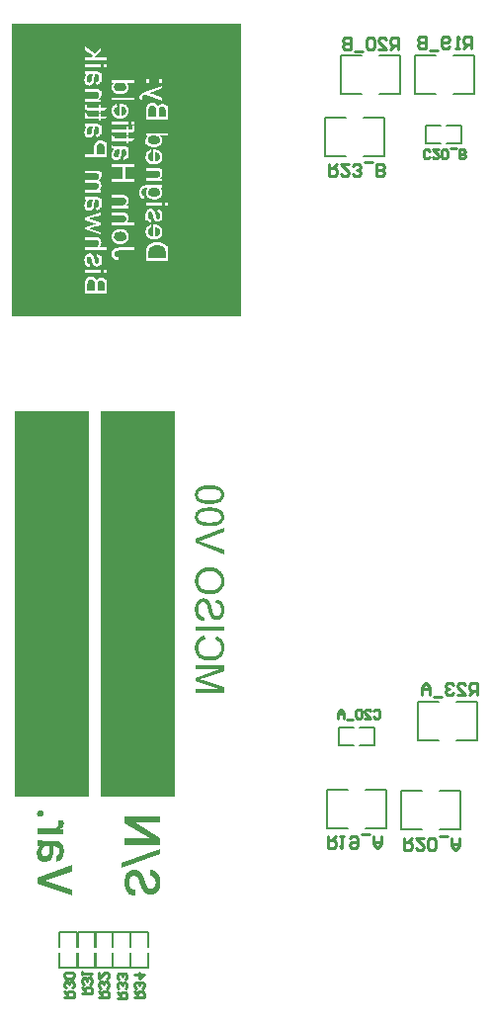
<source format=gbo>
G04*
G04 #@! TF.GenerationSoftware,Altium Limited,Altium Designer,21.3.1 (25)*
G04*
G04 Layer_Color=32896*
%FSLAX25Y25*%
%MOIN*%
G70*
G04*
G04 #@! TF.SameCoordinates,C2895D86-3F53-4CC5-9A74-561D9FEADA75*
G04*
G04*
G04 #@! TF.FilePolarity,Positive*
G04*
G01*
G75*
%ADD12C,0.01000*%
%ADD13C,0.00800*%
G36*
X228722Y260693D02*
X203722D01*
Y390693D01*
X228722D01*
Y260693D01*
D02*
G37*
G36*
X257955D02*
X232955D01*
Y390693D01*
X257955D01*
Y260693D01*
D02*
G37*
G36*
X280101Y422749D02*
X245797D01*
Y422749D01*
X236458D01*
D01*
X202740D01*
Y521174D01*
X236458D01*
D01*
X245797D01*
Y521175D01*
X280101D01*
Y422749D01*
D02*
G37*
G36*
X269980Y365638D02*
X270202D01*
X270424Y365624D01*
X270619Y365597D01*
X270813Y365583D01*
X270979Y365569D01*
X271132Y365541D01*
X271271Y365527D01*
X271396Y365499D01*
X271493Y365486D01*
X271576Y365472D01*
X271646Y365458D01*
X271687Y365444D01*
X271715Y365430D01*
X271729D01*
X272034Y365347D01*
X272312Y365250D01*
X272548Y365139D01*
X272756Y365055D01*
X272937Y364958D01*
X273061Y364903D01*
X273131Y364847D01*
X273159Y364833D01*
X273367Y364681D01*
X273547Y364528D01*
X273700Y364361D01*
X273839Y364209D01*
X273936Y364070D01*
X274005Y363959D01*
X274047Y363890D01*
X274061Y363876D01*
Y363862D01*
X274172Y363640D01*
X274241Y363404D01*
X274297Y363182D01*
X274339Y362973D01*
X274366Y362793D01*
X274380Y362640D01*
Y362515D01*
X274352Y362141D01*
X274297Y361794D01*
X274200Y361502D01*
X274102Y361252D01*
X273991Y361044D01*
X273950Y360961D01*
X273894Y360891D01*
X273867Y360836D01*
X273839Y360794D01*
X273811Y360780D01*
Y360767D01*
X273589Y360517D01*
X273325Y360308D01*
X273061Y360128D01*
X272812Y359989D01*
X272576Y359878D01*
X272479Y359823D01*
X272381Y359795D01*
X272312Y359767D01*
X272256Y359739D01*
X272229Y359725D01*
X272215D01*
X272007Y359670D01*
X271798Y359614D01*
X271340Y359531D01*
X270882Y359462D01*
X270452Y359420D01*
X270244Y359406D01*
X270063Y359392D01*
X269897D01*
X269744Y359379D01*
X269633D01*
X269536D01*
X269480D01*
X269467D01*
X268981Y359392D01*
X268523Y359420D01*
X268106Y359462D01*
X267718Y359531D01*
X267357Y359601D01*
X267038Y359684D01*
X266746Y359767D01*
X266496Y359850D01*
X266274Y359934D01*
X266080Y360031D01*
X265913Y360100D01*
X265788Y360170D01*
X265677Y360239D01*
X265608Y360281D01*
X265566Y360308D01*
X265552Y360322D01*
X265386Y360475D01*
X265233Y360642D01*
X265094Y360822D01*
X264983Y361002D01*
X264886Y361183D01*
X264803Y361363D01*
X264747Y361544D01*
X264692Y361710D01*
X264650Y361877D01*
X264622Y362030D01*
X264595Y362168D01*
X264581Y362279D01*
X264567Y362376D01*
Y362515D01*
X264595Y362890D01*
X264650Y363237D01*
X264747Y363529D01*
X264844Y363778D01*
X264942Y363987D01*
X264997Y364056D01*
X265039Y364125D01*
X265067Y364181D01*
X265094Y364223D01*
X265122Y364236D01*
Y364250D01*
X265358Y364500D01*
X265608Y364708D01*
X265885Y364889D01*
X266135Y365028D01*
X266371Y365139D01*
X266469Y365194D01*
X266566Y365222D01*
X266635Y365250D01*
X266691Y365278D01*
X266718Y365291D01*
X266732D01*
X266940Y365361D01*
X267149Y365416D01*
X267593Y365499D01*
X268051Y365569D01*
X268495Y365611D01*
X268689Y365624D01*
X268870Y365638D01*
X269036D01*
X269189Y365652D01*
X269300D01*
X269397D01*
X269453D01*
X269467D01*
X269730D01*
X269980Y365638D01*
D02*
G37*
G36*
Y358171D02*
X270202D01*
X270424Y358157D01*
X270619Y358129D01*
X270813Y358115D01*
X270979Y358102D01*
X271132Y358074D01*
X271271Y358060D01*
X271396Y358032D01*
X271493Y358018D01*
X271576Y358004D01*
X271646Y357991D01*
X271687Y357977D01*
X271715Y357963D01*
X271729D01*
X272034Y357879D01*
X272312Y357782D01*
X272548Y357671D01*
X272756Y357588D01*
X272937Y357491D01*
X273061Y357435D01*
X273131Y357380D01*
X273159Y357366D01*
X273367Y357213D01*
X273547Y357061D01*
X273700Y356894D01*
X273839Y356741D01*
X273936Y356603D01*
X274005Y356491D01*
X274047Y356422D01*
X274061Y356408D01*
Y356394D01*
X274172Y356172D01*
X274241Y355936D01*
X274297Y355714D01*
X274339Y355506D01*
X274366Y355326D01*
X274380Y355173D01*
Y355048D01*
X274352Y354673D01*
X274297Y354326D01*
X274200Y354035D01*
X274102Y353785D01*
X273991Y353577D01*
X273950Y353493D01*
X273894Y353424D01*
X273867Y353368D01*
X273839Y353327D01*
X273811Y353313D01*
Y353299D01*
X273589Y353049D01*
X273325Y352841D01*
X273061Y352661D01*
X272812Y352522D01*
X272576Y352411D01*
X272479Y352355D01*
X272381Y352327D01*
X272312Y352300D01*
X272256Y352272D01*
X272229Y352258D01*
X272215D01*
X272007Y352203D01*
X271798Y352147D01*
X271340Y352064D01*
X270882Y351994D01*
X270452Y351953D01*
X270244Y351939D01*
X270063Y351925D01*
X269897D01*
X269744Y351911D01*
X269633D01*
X269536D01*
X269480D01*
X269467D01*
X268981Y351925D01*
X268523Y351953D01*
X268106Y351994D01*
X267718Y352064D01*
X267357Y352133D01*
X267038Y352216D01*
X266746Y352300D01*
X266496Y352383D01*
X266274Y352466D01*
X266080Y352563D01*
X265913Y352633D01*
X265788Y352702D01*
X265677Y352772D01*
X265608Y352813D01*
X265566Y352841D01*
X265552Y352855D01*
X265386Y353008D01*
X265233Y353174D01*
X265094Y353355D01*
X264983Y353535D01*
X264886Y353715D01*
X264803Y353896D01*
X264747Y354076D01*
X264692Y354243D01*
X264650Y354409D01*
X264622Y354562D01*
X264595Y354701D01*
X264581Y354812D01*
X264567Y354909D01*
Y355048D01*
X264595Y355423D01*
X264650Y355770D01*
X264747Y356061D01*
X264844Y356311D01*
X264942Y356519D01*
X264997Y356589D01*
X265039Y356658D01*
X265067Y356714D01*
X265094Y356755D01*
X265122Y356769D01*
Y356783D01*
X265358Y357033D01*
X265608Y357241D01*
X265885Y357421D01*
X266135Y357560D01*
X266371Y357671D01*
X266469Y357727D01*
X266566Y357754D01*
X266635Y357782D01*
X266691Y357810D01*
X266718Y357824D01*
X266732D01*
X266940Y357893D01*
X267149Y357949D01*
X267593Y358032D01*
X268051Y358102D01*
X268495Y358143D01*
X268689Y358157D01*
X268870Y358171D01*
X269036D01*
X269189Y358185D01*
X269300D01*
X269397D01*
X269453D01*
X269467D01*
X269730D01*
X269980Y358171D01*
D02*
G37*
G36*
X274339Y349954D02*
X267357Y347344D01*
X267065Y347234D01*
X266788Y347136D01*
X266524Y347053D01*
X266288Y346984D01*
X266080Y346914D01*
X265927Y346873D01*
X265872Y346859D01*
X265830Y346845D01*
X265802Y346831D01*
X265788D01*
X266344Y346664D01*
X266607Y346581D01*
X266843Y346498D01*
X267052Y346428D01*
X267135Y346401D01*
X267218Y346387D01*
X267273Y346359D01*
X267315Y346345D01*
X267343Y346331D01*
X267357D01*
X274339Y343833D01*
Y342445D01*
X264734Y346165D01*
Y347497D01*
X274339Y351245D01*
Y349954D01*
D02*
G37*
G36*
X270036Y338045D02*
X270521Y337989D01*
X270743Y337948D01*
X270966Y337892D01*
X271160Y337837D01*
X271340Y337795D01*
X271507Y337740D01*
X271660Y337684D01*
X271784Y337642D01*
X271896Y337587D01*
X271979Y337559D01*
X272034Y337531D01*
X272076Y337504D01*
X272090D01*
X272492Y337281D01*
X272853Y337018D01*
X273159Y336740D01*
X273409Y336490D01*
X273603Y336254D01*
X273686Y336143D01*
X273756Y336060D01*
X273797Y335977D01*
X273839Y335921D01*
X273853Y335894D01*
X273867Y335880D01*
X273978Y335671D01*
X274075Y335463D01*
X274241Y335061D01*
X274352Y334644D01*
X274422Y334283D01*
X274449Y334117D01*
X274477Y333950D01*
X274491Y333825D01*
Y333700D01*
X274505Y333603D01*
Y333478D01*
X274491Y333104D01*
X274449Y332757D01*
X274380Y332423D01*
X274297Y332104D01*
X274186Y331813D01*
X274075Y331535D01*
X273950Y331285D01*
X273825Y331063D01*
X273700Y330855D01*
X273575Y330675D01*
X273464Y330522D01*
X273353Y330397D01*
X273270Y330300D01*
X273200Y330217D01*
X273159Y330175D01*
X273145Y330161D01*
X272881Y329939D01*
X272604Y329745D01*
X272298Y329564D01*
X271993Y329425D01*
X271673Y329300D01*
X271368Y329189D01*
X271063Y329106D01*
X270771Y329051D01*
X270494Y328995D01*
X270230Y328954D01*
X269994Y328926D01*
X269800Y328898D01*
X269633D01*
X269508Y328884D01*
X269425D01*
X269411D01*
X269397D01*
X268925Y328912D01*
X268495Y328967D01*
X268079Y329051D01*
X267898Y329106D01*
X267718Y329162D01*
X267565Y329203D01*
X267426Y329259D01*
X267301Y329300D01*
X267190Y329342D01*
X267107Y329370D01*
X267052Y329398D01*
X267010Y329425D01*
X266996D01*
X266593Y329661D01*
X266246Y329911D01*
X265941Y330189D01*
X265691Y330453D01*
X265483Y330689D01*
X265400Y330786D01*
X265344Y330869D01*
X265289Y330952D01*
X265247Y331008D01*
X265233Y331035D01*
X265219Y331049D01*
X265108Y331258D01*
X265011Y331466D01*
X264844Y331882D01*
X264734Y332285D01*
X264650Y332660D01*
X264622Y332840D01*
X264609Y332993D01*
X264581Y333131D01*
Y333256D01*
X264567Y333340D01*
Y333478D01*
X264595Y333936D01*
X264664Y334367D01*
X264747Y334769D01*
X264803Y334950D01*
X264858Y335116D01*
X264914Y335269D01*
X264969Y335408D01*
X265011Y335519D01*
X265053Y335616D01*
X265094Y335699D01*
X265122Y335769D01*
X265150Y335796D01*
Y335810D01*
X265400Y336199D01*
X265677Y336532D01*
X265969Y336810D01*
X266246Y337046D01*
X266510Y337240D01*
X266607Y337309D01*
X266704Y337365D01*
X266788Y337420D01*
X266843Y337448D01*
X266885Y337476D01*
X266899D01*
X267121Y337587D01*
X267343Y337670D01*
X267787Y337823D01*
X268231Y337934D01*
X268634Y338003D01*
X268814Y338017D01*
X268981Y338045D01*
X269133Y338059D01*
X269258D01*
X269369Y338073D01*
X269439D01*
X269494D01*
X269508D01*
X270036Y338045D01*
D02*
G37*
G36*
X267704Y327510D02*
X267968Y327468D01*
X268203Y327399D01*
X268398Y327330D01*
X268564Y327246D01*
X268689Y327191D01*
X268759Y327135D01*
X268787Y327121D01*
X268995Y326955D01*
X269189Y326761D01*
X269356Y326552D01*
X269508Y326344D01*
X269619Y326164D01*
X269703Y326011D01*
X269730Y325955D01*
X269758Y325914D01*
X269772Y325886D01*
Y325872D01*
X269827Y325761D01*
X269869Y325622D01*
X269925Y325470D01*
X269980Y325303D01*
X270077Y324956D01*
X270174Y324595D01*
X270216Y324429D01*
X270258Y324276D01*
X270299Y324123D01*
X270327Y323998D01*
X270355Y323901D01*
X270369Y323818D01*
X270383Y323762D01*
Y323748D01*
X270452Y323471D01*
X270508Y323221D01*
X270577Y322999D01*
X270633Y322805D01*
X270702Y322624D01*
X270757Y322471D01*
X270813Y322333D01*
X270855Y322208D01*
X270910Y322111D01*
X270952Y322027D01*
X270979Y321972D01*
X271021Y321916D01*
X271063Y321847D01*
X271077Y321833D01*
X271216Y321708D01*
X271354Y321625D01*
X271493Y321555D01*
X271632Y321514D01*
X271743Y321486D01*
X271840Y321472D01*
X271896D01*
X271923D01*
X272145Y321500D01*
X272340Y321555D01*
X272506Y321639D01*
X272659Y321736D01*
X272770Y321819D01*
X272867Y321902D01*
X272923Y321958D01*
X272937Y321986D01*
X273006Y322097D01*
X273075Y322208D01*
X273186Y322471D01*
X273256Y322749D01*
X273311Y323027D01*
X273339Y323277D01*
X273353Y323388D01*
X273367Y323471D01*
Y323665D01*
X273353Y324054D01*
X273297Y324401D01*
X273214Y324678D01*
X273131Y324914D01*
X273048Y325095D01*
X272964Y325234D01*
X272909Y325303D01*
X272895Y325331D01*
X272701Y325525D01*
X272492Y325678D01*
X272270Y325803D01*
X272048Y325886D01*
X271840Y325942D01*
X271687Y325983D01*
X271618Y325997D01*
X271576Y326011D01*
X271549D01*
X271535D01*
X271632Y327232D01*
X271937Y327205D01*
X272215Y327135D01*
X272479Y327066D01*
X272701Y326969D01*
X272881Y326885D01*
X273020Y326816D01*
X273061Y326788D01*
X273103Y326761D01*
X273117Y326747D01*
X273131D01*
X273367Y326566D01*
X273575Y326372D01*
X273756Y326164D01*
X273894Y325955D01*
X274019Y325775D01*
X274089Y325636D01*
X274116Y325581D01*
X274144Y325539D01*
X274158Y325511D01*
Y325497D01*
X274269Y325192D01*
X274352Y324859D01*
X274422Y324553D01*
X274463Y324262D01*
X274491Y323998D01*
Y323901D01*
X274505Y323804D01*
Y323624D01*
X274491Y323263D01*
X274449Y322943D01*
X274394Y322638D01*
X274339Y322374D01*
X274283Y322166D01*
X274255Y322069D01*
X274227Y322000D01*
X274200Y321944D01*
X274186Y321902D01*
X274172Y321875D01*
Y321861D01*
X274033Y321583D01*
X273880Y321333D01*
X273714Y321125D01*
X273561Y320959D01*
X273422Y320834D01*
X273311Y320737D01*
X273228Y320667D01*
X273214Y320653D01*
X273200D01*
X272964Y320514D01*
X272728Y320417D01*
X272492Y320348D01*
X272284Y320306D01*
X272104Y320279D01*
X271965Y320251D01*
X271909D01*
X271868D01*
X271854D01*
X271840D01*
X271604Y320265D01*
X271382Y320306D01*
X271174Y320362D01*
X270993Y320417D01*
X270855Y320473D01*
X270743Y320528D01*
X270674Y320570D01*
X270646Y320584D01*
X270452Y320723D01*
X270272Y320889D01*
X270119Y321056D01*
X269994Y321222D01*
X269883Y321361D01*
X269814Y321486D01*
X269758Y321569D01*
X269744Y321583D01*
Y321597D01*
X269689Y321708D01*
X269633Y321833D01*
X269536Y322111D01*
X269439Y322430D01*
X269342Y322735D01*
X269258Y323013D01*
X269231Y323138D01*
X269203Y323249D01*
X269175Y323332D01*
X269161Y323401D01*
X269147Y323443D01*
Y323457D01*
X269092Y323693D01*
X269036Y323915D01*
X268981Y324109D01*
X268939Y324276D01*
X268898Y324443D01*
X268856Y324581D01*
X268828Y324706D01*
X268787Y324803D01*
X268759Y324901D01*
X268745Y324970D01*
X268703Y325081D01*
X268689Y325150D01*
X268675Y325164D01*
X268592Y325373D01*
X268495Y325553D01*
X268398Y325706D01*
X268315Y325817D01*
X268231Y325914D01*
X268176Y325969D01*
X268134Y326011D01*
X268120Y326025D01*
X267995Y326122D01*
X267857Y326191D01*
X267718Y326233D01*
X267607Y326275D01*
X267496Y326289D01*
X267412Y326302D01*
X267343D01*
X267329D01*
X267162Y326289D01*
X267010Y326261D01*
X266871Y326219D01*
X266760Y326164D01*
X266649Y326108D01*
X266580Y326066D01*
X266524Y326039D01*
X266510Y326025D01*
X266371Y325914D01*
X266260Y325775D01*
X266163Y325636D01*
X266066Y325511D01*
X266010Y325386D01*
X265955Y325289D01*
X265927Y325220D01*
X265913Y325192D01*
X265844Y324984D01*
X265788Y324762D01*
X265761Y324540D01*
X265733Y324345D01*
X265719Y324179D01*
X265705Y324040D01*
Y323915D01*
X265719Y323610D01*
X265747Y323332D01*
X265788Y323082D01*
X265844Y322860D01*
X265899Y322680D01*
X265941Y322541D01*
X265955Y322499D01*
X265969Y322458D01*
X265983Y322444D01*
Y322430D01*
X266094Y322208D01*
X266219Y322000D01*
X266344Y321847D01*
X266469Y321708D01*
X266566Y321597D01*
X266663Y321528D01*
X266718Y321486D01*
X266732Y321472D01*
X266913Y321375D01*
X267107Y321278D01*
X267315Y321222D01*
X267496Y321167D01*
X267676Y321125D01*
X267801Y321097D01*
X267857D01*
X267898Y321084D01*
X267912D01*
X267926D01*
X267815Y319890D01*
X267468Y319918D01*
X267135Y319973D01*
X266843Y320056D01*
X266580Y320154D01*
X266371Y320251D01*
X266288Y320292D01*
X266219Y320320D01*
X266163Y320362D01*
X266122Y320376D01*
X266094Y320403D01*
X266080D01*
X265816Y320612D01*
X265580Y320834D01*
X265386Y321070D01*
X265219Y321292D01*
X265094Y321486D01*
X265011Y321653D01*
X264983Y321708D01*
X264956Y321750D01*
X264942Y321778D01*
Y321791D01*
X264817Y322138D01*
X264720Y322499D01*
X264664Y322860D01*
X264609Y323207D01*
X264595Y323374D01*
X264581Y323513D01*
Y323638D01*
X264567Y323748D01*
Y323971D01*
X264581Y324345D01*
X264622Y324692D01*
X264692Y325012D01*
X264761Y325275D01*
X264817Y325497D01*
X264858Y325594D01*
X264886Y325678D01*
X264914Y325733D01*
X264928Y325775D01*
X264942Y325803D01*
Y325817D01*
X265094Y326108D01*
X265261Y326358D01*
X265441Y326580D01*
X265608Y326761D01*
X265747Y326899D01*
X265872Y326996D01*
X265955Y327066D01*
X265969Y327080D01*
X265983D01*
X266246Y327232D01*
X266496Y327343D01*
X266732Y327413D01*
X266954Y327468D01*
X267149Y327496D01*
X267301Y327524D01*
X267357D01*
X267399D01*
X267412D01*
X267426D01*
X267704Y327510D01*
D02*
G37*
G36*
X274339Y316795D02*
X264734D01*
Y318072D01*
X274339D01*
Y316795D01*
D02*
G37*
G36*
X268092Y313741D02*
X267870Y313685D01*
X267662Y313616D01*
X267468Y313547D01*
X267287Y313477D01*
X267121Y313394D01*
X266982Y313311D01*
X266843Y313214D01*
X266718Y313130D01*
X266607Y313061D01*
X266524Y312978D01*
X266441Y312908D01*
X266371Y312853D01*
X266330Y312797D01*
X266288Y312755D01*
X266274Y312742D01*
X266260Y312728D01*
X266149Y312589D01*
X266066Y312436D01*
X265913Y312131D01*
X265802Y311840D01*
X265733Y311548D01*
X265677Y311298D01*
X265664Y311201D01*
Y311104D01*
X265650Y311021D01*
Y310923D01*
X265664Y310604D01*
X265719Y310299D01*
X265788Y310021D01*
X265872Y309771D01*
X265955Y309577D01*
X265997Y309494D01*
X266024Y309424D01*
X266052Y309369D01*
X266080Y309327D01*
X266094Y309299D01*
Y309286D01*
X266288Y309022D01*
X266496Y308800D01*
X266732Y308605D01*
X266954Y308453D01*
X267149Y308328D01*
X267315Y308244D01*
X267385Y308217D01*
X267426Y308189D01*
X267454Y308175D01*
X267468D01*
X267829Y308064D01*
X268190Y307981D01*
X268550Y307911D01*
X268884Y307870D01*
X269036Y307856D01*
X269175Y307842D01*
X269300D01*
X269397Y307828D01*
X269480D01*
X269550D01*
X269591D01*
X269605D01*
X269966Y307842D01*
X270299Y307870D01*
X270605Y307925D01*
X270882Y307981D01*
X271118Y308022D01*
X271216Y308050D01*
X271299Y308078D01*
X271368Y308092D01*
X271410Y308106D01*
X271438Y308120D01*
X271451D01*
X271771Y308258D01*
X272062Y308411D01*
X272298Y308578D01*
X272506Y308758D01*
X272673Y308911D01*
X272784Y309036D01*
X272853Y309133D01*
X272881Y309147D01*
Y309161D01*
X273061Y309452D01*
X273200Y309771D01*
X273297Y310077D01*
X273353Y310368D01*
X273395Y310632D01*
X273409Y310743D01*
Y310840D01*
X273422Y310910D01*
Y311021D01*
X273409Y311368D01*
X273353Y311687D01*
X273270Y311950D01*
X273186Y312187D01*
X273089Y312367D01*
X273020Y312506D01*
X272964Y312589D01*
X272937Y312617D01*
X272728Y312839D01*
X272492Y313047D01*
X272243Y313214D01*
X271993Y313352D01*
X271771Y313463D01*
X271660Y313505D01*
X271576Y313533D01*
X271507Y313561D01*
X271451Y313588D01*
X271424Y313602D01*
X271410D01*
X271701Y314851D01*
X271951Y314768D01*
X272173Y314685D01*
X272381Y314574D01*
X272590Y314477D01*
X272770Y314366D01*
X272937Y314241D01*
X273103Y314130D01*
X273242Y314019D01*
X273353Y313908D01*
X273464Y313810D01*
X273561Y313713D01*
X273631Y313644D01*
X273700Y313575D01*
X273742Y313519D01*
X273756Y313491D01*
X273769Y313477D01*
X273894Y313283D01*
X274019Y313089D01*
X274116Y312894D01*
X274200Y312686D01*
X274325Y312270D01*
X274408Y311895D01*
X274449Y311715D01*
X274463Y311562D01*
X274477Y311409D01*
X274491Y311284D01*
X274505Y311187D01*
Y311048D01*
X274477Y310590D01*
X274408Y310146D01*
X274325Y309757D01*
X274269Y309577D01*
X274214Y309411D01*
X274158Y309258D01*
X274102Y309119D01*
X274061Y309008D01*
X274019Y308897D01*
X273978Y308827D01*
X273950Y308772D01*
X273936Y308730D01*
X273922Y308717D01*
X273686Y308342D01*
X273409Y308022D01*
X273131Y307745D01*
X272853Y307509D01*
X272604Y307329D01*
X272492Y307259D01*
X272395Y307204D01*
X272326Y307148D01*
X272270Y307120D01*
X272229Y307106D01*
X272215Y307092D01*
X271784Y306898D01*
X271340Y306759D01*
X270896Y306662D01*
X270494Y306593D01*
X270313Y306565D01*
X270133Y306551D01*
X269994Y306537D01*
X269855D01*
X269758Y306523D01*
X269675D01*
X269619D01*
X269605D01*
X269106Y306551D01*
X268620Y306607D01*
X268190Y306676D01*
X267981Y306732D01*
X267801Y306773D01*
X267634Y306815D01*
X267482Y306870D01*
X267343Y306912D01*
X267232Y306940D01*
X267149Y306981D01*
X267079Y306995D01*
X267038Y307023D01*
X267024D01*
X266607Y307231D01*
X266232Y307467D01*
X265913Y307717D01*
X265788Y307842D01*
X265664Y307953D01*
X265552Y308064D01*
X265455Y308175D01*
X265372Y308272D01*
X265316Y308356D01*
X265261Y308411D01*
X265219Y308467D01*
X265205Y308494D01*
X265192Y308508D01*
X265080Y308703D01*
X264983Y308897D01*
X264831Y309313D01*
X264720Y309730D01*
X264650Y310132D01*
X264622Y310327D01*
X264595Y310493D01*
X264581Y310646D01*
Y310771D01*
X264567Y310882D01*
Y311034D01*
X264581Y311312D01*
X264609Y311576D01*
X264636Y311826D01*
X264692Y312062D01*
X264761Y312284D01*
X264831Y312492D01*
X264900Y312686D01*
X264983Y312867D01*
X265053Y313019D01*
X265122Y313172D01*
X265192Y313283D01*
X265261Y313394D01*
X265316Y313463D01*
X265344Y313533D01*
X265372Y313561D01*
X265386Y313575D01*
X265552Y313769D01*
X265719Y313935D01*
X265913Y314088D01*
X266108Y314241D01*
X266496Y314491D01*
X266885Y314685D01*
X267065Y314768D01*
X267232Y314838D01*
X267385Y314893D01*
X267510Y314935D01*
X267620Y314976D01*
X267704Y315004D01*
X267759Y315018D01*
X267773D01*
X268092Y313741D01*
D02*
G37*
G36*
X274339Y303123D02*
X267648Y300819D01*
X267287Y300694D01*
X266982Y300597D01*
X266718Y300500D01*
X266496Y300430D01*
X266330Y300375D01*
X266205Y300333D01*
X266135Y300319D01*
X266108Y300305D01*
X266302Y300250D01*
X266524Y300180D01*
X266760Y300097D01*
X266996Y300028D01*
X267204Y299958D01*
X267371Y299903D01*
X267440Y299875D01*
X267482Y299861D01*
X267510Y299847D01*
X267523D01*
X274339Y297571D01*
Y295669D01*
X264734D01*
Y296891D01*
X272909D01*
X264734Y299667D01*
Y300805D01*
X272770Y303609D01*
X264734D01*
Y304830D01*
X274339D01*
Y303123D01*
D02*
G37*
G36*
X252778Y251826D02*
X244337D01*
X252778Y246532D01*
Y244477D01*
X240931D01*
Y246532D01*
X249335D01*
X240931Y251807D01*
Y253862D01*
X252778D01*
Y251826D01*
D02*
G37*
G36*
Y241349D02*
X239913Y236685D01*
Y238239D01*
X252778Y242904D01*
Y241349D01*
D02*
G37*
G36*
X249686Y236055D02*
X250038Y235981D01*
X250353Y235907D01*
X250630Y235796D01*
X250852Y235703D01*
X251019Y235611D01*
X251130Y235537D01*
X251167Y235518D01*
X251463Y235296D01*
X251741Y235037D01*
X251963Y234797D01*
X252148Y234537D01*
X252296Y234315D01*
X252389Y234149D01*
X252426Y234075D01*
X252463Y234019D01*
X252481Y234001D01*
Y233982D01*
X252629Y233612D01*
X252740Y233242D01*
X252833Y232872D01*
X252888Y232520D01*
X252925Y232224D01*
Y232094D01*
X252944Y231983D01*
Y231779D01*
X252925Y231446D01*
X252907Y231113D01*
X252852Y230817D01*
X252796Y230521D01*
X252722Y230262D01*
X252648Y230021D01*
X252555Y229780D01*
X252481Y229577D01*
X252389Y229392D01*
X252296Y229225D01*
X252222Y229096D01*
X252148Y228966D01*
X252093Y228892D01*
X252037Y228818D01*
X252019Y228781D01*
X252000Y228762D01*
X251815Y228559D01*
X251630Y228374D01*
X251445Y228225D01*
X251241Y228096D01*
X251038Y227985D01*
X250852Y227874D01*
X250482Y227744D01*
X250149Y227652D01*
X250001Y227633D01*
X249890Y227615D01*
X249779Y227596D01*
X249705D01*
X249668D01*
X249649D01*
X249353Y227615D01*
X249057Y227670D01*
X248798Y227744D01*
X248539Y227855D01*
X248298Y227966D01*
X248076Y228114D01*
X247891Y228244D01*
X247706Y228411D01*
X247539Y228559D01*
X247391Y228707D01*
X247280Y228836D01*
X247169Y228947D01*
X247095Y229059D01*
X247039Y229133D01*
X247002Y229188D01*
X246984Y229206D01*
X246799Y229558D01*
X246614Y229928D01*
X246447Y230299D01*
X246318Y230669D01*
X246188Y230983D01*
X246132Y231132D01*
X246095Y231243D01*
X246058Y231354D01*
X246040Y231428D01*
X246021Y231465D01*
Y231483D01*
X245947Y231742D01*
X245855Y231983D01*
X245781Y232205D01*
X245707Y232409D01*
X245633Y232575D01*
X245559Y232742D01*
X245429Y233020D01*
X245336Y233223D01*
X245244Y233353D01*
X245188Y233445D01*
X245170Y233464D01*
X245003Y233649D01*
X244800Y233779D01*
X244596Y233890D01*
X244411Y233945D01*
X244244Y233982D01*
X244096Y234019D01*
X244004D01*
X243967D01*
X243708Y234001D01*
X243485Y233927D01*
X243300Y233853D01*
X243134Y233741D01*
X243004Y233649D01*
X242893Y233556D01*
X242838Y233482D01*
X242819Y233464D01*
X242671Y233242D01*
X242579Y232983D01*
X242504Y232723D01*
X242449Y232464D01*
X242412Y232224D01*
X242393Y232039D01*
Y231854D01*
X242412Y231409D01*
X242486Y231039D01*
X242560Y230706D01*
X242671Y230428D01*
X242763Y230225D01*
X242856Y230077D01*
X242912Y229984D01*
X242930Y229947D01*
X243152Y229725D01*
X243411Y229558D01*
X243671Y229447D01*
X243930Y229373D01*
X244152Y229318D01*
X244337Y229299D01*
X244411Y229281D01*
X244466D01*
X244485D01*
X244503D01*
Y227226D01*
X244096Y227244D01*
X243726Y227319D01*
X243393Y227411D01*
X243115Y227522D01*
X242875Y227633D01*
X242689Y227726D01*
X242579Y227800D01*
X242560Y227818D01*
X242541D01*
X242245Y228059D01*
X241986Y228337D01*
X241764Y228614D01*
X241579Y228892D01*
X241431Y229133D01*
X241320Y229318D01*
X241283Y229392D01*
X241246Y229447D01*
X241227Y229484D01*
Y229503D01*
X241079Y229910D01*
X240968Y230317D01*
X240876Y230724D01*
X240820Y231076D01*
X240783Y231391D01*
Y231520D01*
X240764Y231631D01*
Y231854D01*
X240783Y232205D01*
X240802Y232538D01*
X240839Y232853D01*
X240894Y233149D01*
X240968Y233427D01*
X241042Y233686D01*
X241116Y233908D01*
X241209Y234112D01*
X241283Y234297D01*
X241357Y234463D01*
X241431Y234612D01*
X241505Y234722D01*
X241560Y234815D01*
X241597Y234871D01*
X241634Y234908D01*
Y234926D01*
X241801Y235130D01*
X241986Y235296D01*
X242171Y235463D01*
X242375Y235593D01*
X242560Y235703D01*
X242763Y235796D01*
X243134Y235926D01*
X243467Y236018D01*
X243615Y236037D01*
X243745Y236055D01*
X243837Y236074D01*
X243930D01*
X243967D01*
X243985D01*
X244318Y236055D01*
X244615Y236018D01*
X244892Y235944D01*
X245114Y235889D01*
X245318Y235815D01*
X245447Y235741D01*
X245540Y235703D01*
X245577Y235685D01*
X245818Y235518D01*
X246058Y235333D01*
X246262Y235130D01*
X246428Y234926D01*
X246577Y234741D01*
X246688Y234593D01*
X246762Y234482D01*
X246780Y234463D01*
Y234445D01*
X246965Y234112D01*
X247150Y233741D01*
X247299Y233371D01*
X247447Y233020D01*
X247558Y232705D01*
X247595Y232575D01*
X247632Y232446D01*
X247669Y232353D01*
X247687Y232279D01*
X247706Y232242D01*
Y232224D01*
X247872Y231742D01*
X248020Y231335D01*
X248168Y231002D01*
X248298Y230724D01*
X248409Y230502D01*
X248483Y230354D01*
X248539Y230280D01*
X248557Y230243D01*
X248724Y230040D01*
X248909Y229910D01*
X249094Y229799D01*
X249279Y229725D01*
X249427Y229688D01*
X249538Y229669D01*
X249612Y229651D01*
X249649D01*
X249927Y229669D01*
X250167Y229743D01*
X250371Y229836D01*
X250538Y229928D01*
X250686Y230040D01*
X250778Y230114D01*
X250834Y230188D01*
X250852Y230206D01*
X251000Y230428D01*
X251112Y230687D01*
X251186Y230946D01*
X251241Y231206D01*
X251278Y231428D01*
X251297Y231613D01*
Y231779D01*
X251278Y232168D01*
X251223Y232483D01*
X251130Y232779D01*
X251038Y233001D01*
X250926Y233186D01*
X250852Y233316D01*
X250778Y233408D01*
X250760Y233427D01*
X250556Y233630D01*
X250316Y233779D01*
X250075Y233871D01*
X249853Y233945D01*
X249631Y233982D01*
X249464Y234019D01*
X249353D01*
X249335D01*
X249316D01*
Y236074D01*
X249686Y236055D01*
D02*
G37*
G36*
X212505Y256102D02*
X212672Y256065D01*
X212801Y256028D01*
X212912Y255972D01*
X213005Y255898D01*
X213079Y255861D01*
X213116Y255824D01*
X213134Y255805D01*
X213245Y255694D01*
X213319Y255546D01*
X213375Y255417D01*
X213412Y255287D01*
X213431Y255158D01*
X213449Y255065D01*
Y254973D01*
X213431Y254769D01*
X213393Y254602D01*
X213356Y254454D01*
X213301Y254343D01*
X213227Y254251D01*
X213190Y254176D01*
X213153Y254139D01*
X213134Y254121D01*
X213005Y254029D01*
X212875Y253954D01*
X212746Y253899D01*
X212616Y253862D01*
X212505Y253843D01*
X212413Y253825D01*
X212357D01*
X212338D01*
X212172Y253843D01*
X212024Y253880D01*
X211894Y253917D01*
X211783Y253973D01*
X211691Y254029D01*
X211635Y254084D01*
X211598Y254102D01*
X211580Y254121D01*
X211487Y254251D01*
X211413Y254380D01*
X211357Y254528D01*
X211320Y254658D01*
X211302Y254787D01*
X211283Y254880D01*
Y254973D01*
X211302Y255158D01*
X211339Y255324D01*
X211376Y255472D01*
X211432Y255583D01*
X211487Y255676D01*
X211543Y255750D01*
X211561Y255787D01*
X211580Y255805D01*
X211691Y255917D01*
X211820Y255991D01*
X211950Y256046D01*
X212079Y256083D01*
X212172Y256102D01*
X212264Y256120D01*
X212320D01*
X212338D01*
X212505Y256102D01*
D02*
G37*
G36*
X220279Y252270D02*
X220316Y252048D01*
X220335Y251955D01*
Y251807D01*
X220316Y251567D01*
X220279Y251363D01*
X220224Y251141D01*
X220150Y250956D01*
X219965Y250623D01*
X219761Y250326D01*
X219557Y250104D01*
X219372Y249938D01*
X219298Y249882D01*
X219243Y249845D01*
X219206Y249808D01*
X219187D01*
X220168Y249771D01*
Y247883D01*
X211376D01*
Y249864D01*
X217373D01*
X217558Y249956D01*
X217725Y250067D01*
X217854Y250197D01*
X217984Y250345D01*
X218095Y250493D01*
X218169Y250641D01*
X218299Y250937D01*
X218373Y251233D01*
X218391Y251344D01*
X218410Y251456D01*
X218428Y251548D01*
Y251678D01*
X218410Y251992D01*
Y252122D01*
X218391Y252252D01*
X218373Y252344D01*
Y252418D01*
X218354Y252474D01*
Y252492D01*
X220205D01*
X220279Y252270D01*
D02*
G37*
G36*
X211783Y246032D02*
X212098Y245958D01*
X212413Y245884D01*
X212709Y245847D01*
X212986Y245829D01*
X213190Y245810D01*
X213282D01*
X213338D01*
X213375D01*
X213393D01*
X217373D01*
X217632Y245792D01*
X217873Y245773D01*
X218317Y245662D01*
X218687Y245495D01*
X219002Y245329D01*
X219243Y245162D01*
X219409Y245014D01*
X219520Y244903D01*
X219557Y244884D01*
Y244866D01*
X219816Y244496D01*
X220002Y244107D01*
X220150Y243681D01*
X220242Y243293D01*
X220298Y242941D01*
X220316Y242793D01*
Y242663D01*
X220335Y242552D01*
Y242404D01*
X220316Y242034D01*
X220279Y241682D01*
X220224Y241368D01*
X220150Y241090D01*
X220076Y240868D01*
X220020Y240701D01*
X219983Y240590D01*
X219965Y240572D01*
Y240553D01*
X219816Y240257D01*
X219668Y240016D01*
X219502Y239794D01*
X219335Y239609D01*
X219206Y239461D01*
X219095Y239350D01*
X219021Y239276D01*
X218984Y239258D01*
X218743Y239091D01*
X218502Y238980D01*
X218280Y238887D01*
X218077Y238832D01*
X217892Y238795D01*
X217762Y238776D01*
X217669D01*
X217632D01*
Y240757D01*
X217817Y240775D01*
X217984Y240831D01*
X218132Y240886D01*
X218262Y240979D01*
X218354Y241053D01*
X218428Y241108D01*
X218465Y241164D01*
X218484Y241182D01*
X218595Y241368D01*
X218687Y241553D01*
X218743Y241738D01*
X218798Y241904D01*
X218817Y242053D01*
X218835Y242182D01*
Y242293D01*
X218817Y242571D01*
X218761Y242811D01*
X218706Y242997D01*
X218632Y243163D01*
X218539Y243293D01*
X218484Y243385D01*
X218428Y243441D01*
X218410Y243459D01*
X218243Y243589D01*
X218077Y243681D01*
X217892Y243755D01*
X217706Y243792D01*
X217558Y243829D01*
X217429Y243848D01*
X217355D01*
X217318D01*
X216744D01*
Y242275D01*
X216707Y241941D01*
X216670Y241627D01*
X216633Y241331D01*
X216577Y241072D01*
X216503Y240831D01*
X216429Y240609D01*
X216374Y240405D01*
X216300Y240220D01*
X216226Y240072D01*
X216170Y239924D01*
X216096Y239831D01*
X216059Y239739D01*
X216022Y239683D01*
X215985Y239646D01*
Y239628D01*
X215837Y239443D01*
X215670Y239295D01*
X215504Y239146D01*
X215319Y239035D01*
X214967Y238850D01*
X214615Y238721D01*
X214300Y238647D01*
X214171Y238628D01*
X214060Y238610D01*
X213949Y238591D01*
X213875D01*
X213838D01*
X213819D01*
X213616Y238610D01*
X213412Y238628D01*
X213060Y238721D01*
X212746Y238850D01*
X212468Y239017D01*
X212246Y239165D01*
X212079Y239295D01*
X211987Y239387D01*
X211968Y239424D01*
X211950D01*
X211709Y239757D01*
X211524Y240127D01*
X211395Y240479D01*
X211302Y240831D01*
X211246Y241127D01*
X211228Y241257D01*
Y241368D01*
X211209Y241460D01*
Y241590D01*
X211228Y241849D01*
X211246Y242090D01*
X211357Y242534D01*
X211524Y242922D01*
X211709Y243256D01*
X211876Y243533D01*
X211968Y243644D01*
X212042Y243737D01*
X212098Y243811D01*
X212153Y243866D01*
X212172Y243885D01*
X212190Y243903D01*
X211987Y243940D01*
X211820Y243977D01*
X211672Y244015D01*
X211561Y244052D01*
X211487Y244089D01*
X211432Y244107D01*
X211395Y244126D01*
X211376D01*
Y246143D01*
X211506D01*
X211783Y246032D01*
D02*
G37*
G36*
X223222Y235463D02*
X213949Y232464D01*
X223222Y229484D01*
Y227226D01*
X211376Y231483D01*
Y233464D01*
X223222Y237740D01*
Y235463D01*
D02*
G37*
%LPC*%
G36*
X234946Y513573D02*
D01*
Y509955D01*
X230628D01*
X232869Y512152D01*
Y513365D01*
X230825Y511255D01*
X227382Y513573D01*
Y512425D01*
X230180Y510600D01*
X229557Y509955D01*
X227382D01*
Y509026D01*
X234946D01*
Y513573D01*
D02*
G37*
G36*
Y507605D02*
X233490D01*
X233885D01*
Y506676D01*
X234946D01*
Y507605D01*
D02*
G37*
G36*
X232869D02*
X227382D01*
Y506676D01*
X233490D01*
X232869D01*
Y507605D01*
D02*
G37*
G36*
X232989Y505528D02*
D01*
Y503233D01*
X232978Y503353D01*
X232967Y503517D01*
X232945Y503703D01*
X232913Y503889D01*
X232869Y504074D01*
X232814Y504249D01*
X232803Y504271D01*
X232782Y504326D01*
X232749Y504402D01*
X232705Y504501D01*
X232639Y504610D01*
X232574Y504719D01*
X232486Y504817D01*
X232399Y504905D01*
X232388Y504916D01*
X232355Y504938D01*
X232301Y504971D01*
X232235Y505014D01*
X232137Y505069D01*
X232038Y505113D01*
X231918Y505156D01*
X231776Y505189D01*
X231765D01*
X231732Y505200D01*
X231667Y505211D01*
X231579Y505222D01*
X231459D01*
X231317Y505233D01*
X231131Y505244D01*
X230923D01*
X229677D01*
X229666D01*
X229623D01*
X229557D01*
X229470D01*
X229371D01*
X229251D01*
X228989Y505255D01*
X228715D01*
X228442Y505266D01*
X228322Y505277D01*
X228213D01*
X228114Y505288D01*
X228038Y505298D01*
X228027D01*
X227983Y505309D01*
X227918Y505320D01*
X227830Y505353D01*
X227732Y505375D01*
X227623Y505419D01*
X227502Y505473D01*
X227382Y505528D01*
Y504555D01*
X227393Y504544D01*
X227437Y504533D01*
X227491Y504511D01*
X227579Y504479D01*
X227677Y504446D01*
X227797Y504424D01*
X227929Y504402D01*
X228071Y504380D01*
Y504369D01*
X228049Y504358D01*
X227994Y504293D01*
X227918Y504194D01*
X227819Y504063D01*
X227721Y503899D01*
X227612Y503735D01*
X227513Y503561D01*
X227437Y503375D01*
X227426Y503353D01*
X227415Y503287D01*
X227382Y503189D01*
X227349Y503069D01*
X227316Y502916D01*
X227295Y502741D01*
X227273Y502544D01*
X227262Y502347D01*
Y502260D01*
X227273Y502194D01*
Y502118D01*
X227284Y502030D01*
X227316Y501834D01*
X227371Y501615D01*
X227448Y501375D01*
X227557Y501156D01*
X227699Y500959D01*
X227721Y500937D01*
X227776Y500883D01*
X227874Y500806D01*
X228005Y500719D01*
X228169Y500631D01*
X228355Y500555D01*
X228584Y500500D01*
X228694Y500489D01*
X228825Y500478D01*
X228890D01*
X228967Y500489D01*
X229065Y500500D01*
X229186Y500522D01*
X229306Y500555D01*
X229437Y500598D01*
X229557Y500653D01*
X229568Y500664D01*
X229612Y500686D01*
X229677Y500730D01*
X229754Y500784D01*
X229841Y500850D01*
X229929Y500937D01*
X230016Y501025D01*
X230093Y501134D01*
X230104Y501145D01*
X230125Y501189D01*
X230169Y501243D01*
X230213Y501331D01*
X230257Y501429D01*
X230311Y501549D01*
X230355Y501670D01*
X230399Y501812D01*
Y501823D01*
X230410Y501866D01*
X230432Y501932D01*
X230443Y502019D01*
X230464Y502129D01*
X230486Y502271D01*
X230519Y502435D01*
X230541Y502632D01*
Y502642D01*
X230552Y502686D01*
Y502741D01*
X230563Y502817D01*
X230574Y502905D01*
X230595Y503014D01*
X230606Y503134D01*
X230628Y503265D01*
X230683Y503528D01*
X230738Y503812D01*
X230803Y504063D01*
X230836Y504184D01*
X230869Y504293D01*
X230880D01*
X230902D01*
X230967Y504304D01*
X231044D01*
X231087D01*
X231109D01*
X231120D01*
X231131D01*
X231197D01*
X231306Y504293D01*
X231426Y504271D01*
X231557Y504238D01*
X231688Y504184D01*
X231809Y504118D01*
X231907Y504031D01*
X231918Y504020D01*
X231962Y503965D01*
X232006Y503877D01*
X232071Y503768D01*
X232126Y503615D01*
X232180Y503440D01*
X232213Y503222D01*
X232224Y502970D01*
Y502861D01*
X232213Y502752D01*
X232191Y502599D01*
X232169Y502446D01*
X232126Y502282D01*
X232071Y502129D01*
X231995Y501998D01*
X231984Y501987D01*
X231951Y501943D01*
X231896Y501888D01*
X231809Y501823D01*
X231699Y501757D01*
X231557Y501681D01*
X231382Y501615D01*
X231186Y501549D01*
X231306Y500642D01*
X231317D01*
X231328Y500653D01*
X231361D01*
X231404Y500664D01*
X231503Y500697D01*
X231645Y500741D01*
X231787Y500795D01*
X231940Y500861D01*
X232093Y500948D01*
X232235Y501047D01*
X232246Y501058D01*
X232290Y501101D01*
X232355Y501167D01*
X232443Y501254D01*
X232530Y501375D01*
X232617Y501517D01*
X232716Y501681D01*
X232792Y501866D01*
Y501877D01*
X232803Y501888D01*
X232814Y501921D01*
X232825Y501965D01*
X232858Y502074D01*
X232891Y502227D01*
X232924Y502402D01*
X232956Y502621D01*
X232978Y502850D01*
X232989Y503112D01*
Y500478D01*
D01*
Y505528D01*
D02*
G37*
G36*
X253503Y502533D02*
X252442D01*
Y501473D01*
X253503D01*
Y502533D01*
D02*
G37*
G36*
X249076D02*
X248016D01*
Y501473D01*
X250759D01*
X249076D01*
Y502533D01*
D02*
G37*
G36*
X244153Y502304D02*
X236469D01*
X236590D01*
Y501440D01*
X237278D01*
X237267Y501429D01*
X237245Y501418D01*
X237202Y501385D01*
X237147Y501342D01*
X237092Y501287D01*
X237027Y501222D01*
X236950Y501145D01*
X236874Y501047D01*
X236797Y500948D01*
X236721Y500839D01*
X236655Y500708D01*
X236600Y500566D01*
X236546Y500424D01*
X236502Y500260D01*
X236480Y500085D01*
X236469Y499899D01*
Y499833D01*
X236480Y499790D01*
X236491Y499659D01*
X236513Y499506D01*
X236557Y499320D01*
X236622Y499112D01*
X236710Y498904D01*
X236830Y498697D01*
Y498686D01*
X236852Y498675D01*
X236895Y498609D01*
X236983Y498511D01*
X237092Y498391D01*
X237234Y498249D01*
X237409Y498106D01*
X237606Y497964D01*
X237836Y497844D01*
X237846D01*
X237868Y497833D01*
X237901Y497822D01*
X237945Y497800D01*
X238010Y497779D01*
X238087Y497746D01*
X238163Y497724D01*
X238262Y497702D01*
X238480Y497647D01*
X238732Y497593D01*
X239016Y497560D01*
X239322Y497549D01*
X239464D01*
X239530Y497560D01*
X239617D01*
X239814Y497582D01*
X240043Y497615D01*
X240295Y497669D01*
X240557Y497735D01*
X240809Y497822D01*
X240819D01*
X240841Y497833D01*
X240874Y497855D01*
X240918Y497877D01*
X241038Y497943D01*
X241191Y498030D01*
X241355Y498139D01*
X241519Y498281D01*
X241694Y498445D01*
X241836Y498642D01*
Y498653D01*
X241847Y498664D01*
X241869Y498697D01*
X241891Y498740D01*
X241945Y498850D01*
X242022Y499003D01*
X242087Y499178D01*
X242142Y499385D01*
X242186Y499615D01*
X242197Y499855D01*
Y499943D01*
X242186Y500030D01*
X242175Y500150D01*
X242142Y500292D01*
X242109Y500446D01*
X242055Y500598D01*
X241978Y500741D01*
X241967Y500763D01*
X241945Y500806D01*
X241891Y500872D01*
X241836Y500959D01*
X241759Y501068D01*
X241661Y501167D01*
X241563Y501276D01*
X241442Y501375D01*
X244153D01*
Y497877D01*
Y502304D01*
D02*
G37*
G36*
X232989Y499364D02*
D01*
Y497571D01*
X232978Y497658D01*
X232967Y497779D01*
X232945Y497921D01*
X232913Y498074D01*
X232869Y498238D01*
X232803Y498391D01*
X232792Y498413D01*
X232771Y498456D01*
X232738Y498533D01*
X232683Y498620D01*
X232617Y498730D01*
X232530Y498828D01*
X232443Y498926D01*
X232333Y499014D01*
X232322Y499025D01*
X232279Y499047D01*
X232224Y499079D01*
X232148Y499134D01*
X232038Y499178D01*
X231929Y499221D01*
X231798Y499276D01*
X231656Y499309D01*
X231645D01*
X231601Y499320D01*
X231536Y499331D01*
X231448Y499342D01*
X231317D01*
X231164Y499353D01*
X230978Y499364D01*
X232989D01*
X227382D01*
Y498434D01*
X230705D01*
X230716D01*
X230727D01*
X230803D01*
X230902D01*
X231022Y498423D01*
X231164Y498413D01*
X231306Y498391D01*
X231437Y498358D01*
X231557Y498325D01*
X231568D01*
X231601Y498303D01*
X231656Y498270D01*
X231721Y498238D01*
X231787Y498183D01*
X231863Y498117D01*
X231940Y498030D01*
X232006Y497932D01*
X232016Y497921D01*
X232038Y497888D01*
X232060Y497822D01*
X232093Y497746D01*
X232126Y497658D01*
X232158Y497549D01*
X232169Y497418D01*
X232180Y497287D01*
Y497232D01*
X232169Y497188D01*
X232158Y497079D01*
X232137Y496937D01*
X232082Y496784D01*
X232016Y496609D01*
X231929Y496434D01*
X231798Y496270D01*
X231776Y496248D01*
X231721Y496205D01*
X231678Y496172D01*
X231623Y496139D01*
X231557Y496095D01*
X231481Y496063D01*
X231393Y496019D01*
X231284Y495975D01*
X231164Y495942D01*
X231033Y495910D01*
X230891Y495888D01*
X230738Y495866D01*
X230552Y495844D01*
X230366D01*
X227382D01*
Y494915D01*
X232989D01*
Y499364D01*
D02*
G37*
G36*
X244153Y496456D02*
X236590D01*
Y495527D01*
X244153D01*
Y496456D01*
D02*
G37*
G36*
X253503Y500424D02*
D01*
X247928Y498336D01*
X247917D01*
X247884Y498325D01*
X247841Y498303D01*
X247786Y498281D01*
X247710Y498249D01*
X247622Y498216D01*
X247436Y498139D01*
X247229Y498063D01*
X247021Y497975D01*
X246835Y497888D01*
X246759Y497844D01*
X246682Y497811D01*
X246660Y497800D01*
X246606Y497768D01*
X246529Y497713D01*
X246431Y497647D01*
X246322Y497560D01*
X246212Y497462D01*
X246103Y497363D01*
X246016Y497243D01*
X246005Y497232D01*
X245983Y497188D01*
X245950Y497123D01*
X245906Y497024D01*
X245863Y496915D01*
X245830Y496784D01*
X245808Y496642D01*
X245797Y496478D01*
Y496434D01*
X245808Y496380D01*
Y496303D01*
X245830Y496216D01*
X245852Y496117D01*
X245873Y496008D01*
X245917Y495888D01*
X246781Y495789D01*
Y495800D01*
X246770Y495844D01*
X246759Y495899D01*
X246737Y495964D01*
X246704Y496139D01*
X246693Y496314D01*
Y496369D01*
X246704Y496423D01*
Y496489D01*
X246737Y496653D01*
X246770Y496729D01*
X246802Y496806D01*
Y496817D01*
X246824Y496839D01*
X246846Y496871D01*
X246879Y496915D01*
X246966Y497014D01*
X247087Y497101D01*
X247098D01*
X247119Y497123D01*
X247163Y497145D01*
X247229Y497166D01*
X247316Y497210D01*
X247447Y497254D01*
X247600Y497320D01*
X247786Y497385D01*
X247797D01*
X247841Y497407D01*
X247917Y497429D01*
X248016Y497473D01*
X253503Y495396D01*
Y500424D01*
D02*
G37*
G36*
X234782Y494117D02*
D01*
Y493057D01*
X232869D01*
Y493997D01*
X232148D01*
Y493057D01*
X228923D01*
X228901D01*
X228858D01*
X228792D01*
X228715Y493068D01*
X228541Y493079D01*
X228464Y493090D01*
X228410Y493101D01*
X228388Y493112D01*
X228344Y493144D01*
X228289Y493188D01*
X228235Y493264D01*
X228224Y493286D01*
X228202Y493341D01*
X228180Y493439D01*
X228169Y493581D01*
Y493691D01*
X228180Y493745D01*
Y493822D01*
X228191Y493909D01*
X228202Y493997D01*
X227382Y494117D01*
D01*
Y494095D01*
X227371Y494052D01*
X227360Y493975D01*
X227349Y493877D01*
X227327Y493767D01*
X227316Y493647D01*
X227306Y493407D01*
Y493319D01*
X227316Y493232D01*
X227327Y493122D01*
X227338Y492991D01*
X227371Y492860D01*
X227404Y492740D01*
X227459Y492620D01*
X227469Y492609D01*
X227491Y492576D01*
X227524Y492532D01*
X227579Y492467D01*
X227633Y492412D01*
X227710Y492346D01*
X227786Y492281D01*
X227885Y492237D01*
X227896D01*
X227940Y492215D01*
X228016Y492204D01*
X228125Y492182D01*
X228267Y492161D01*
X228355Y492150D01*
X228453D01*
X228573Y492139D01*
X228694Y492128D01*
X228825D01*
X228978D01*
X232148D01*
Y491439D01*
X227306D01*
X234782D01*
Y494117D01*
D02*
G37*
G36*
X255579Y494674D02*
D01*
Y491931D01*
X255568Y492008D01*
Y492095D01*
X255546Y492292D01*
X255525Y492510D01*
X255481Y492740D01*
X255426Y492969D01*
X255350Y493177D01*
Y493188D01*
X255339Y493199D01*
X255306Y493264D01*
X255251Y493363D01*
X255175Y493472D01*
X255077Y493603D01*
X254956Y493745D01*
X254803Y493877D01*
X254639Y493997D01*
X254617Y494008D01*
X254552Y494040D01*
X254464Y494095D01*
X254333Y494150D01*
X254180Y494205D01*
X254016Y494259D01*
X253831Y494292D01*
X253645Y494303D01*
X253623D01*
X253568D01*
X253470Y494292D01*
X253349Y494270D01*
X253207Y494237D01*
X253054Y494183D01*
X252901Y494117D01*
X252737Y494030D01*
X252716Y494019D01*
X252672Y493986D01*
X252585Y493920D01*
X252497Y493833D01*
X252388Y493724D01*
X252268Y493592D01*
X252158Y493429D01*
X252049Y493243D01*
Y493254D01*
X252038Y493275D01*
X252027Y493308D01*
X252005Y493352D01*
X251961Y493483D01*
X251885Y493636D01*
X251787Y493800D01*
X251666Y493986D01*
X251524Y494150D01*
X251349Y494303D01*
X251327Y494314D01*
X251262Y494357D01*
X251164Y494423D01*
X251032Y494489D01*
X250857Y494554D01*
X250672Y494620D01*
X250453Y494664D01*
X250213Y494674D01*
X255579D01*
X248016D01*
X250125D01*
X250016Y494664D01*
X249885Y494642D01*
X249732Y494620D01*
X249568Y494576D01*
X249393Y494522D01*
X249218Y494445D01*
X249196Y494434D01*
X249142Y494401D01*
X249065Y494357D01*
X248956Y494292D01*
X248846Y494205D01*
X248726Y494117D01*
X248606Y494008D01*
X248508Y493888D01*
X248497Y493877D01*
X248464Y493833D01*
X248420Y493756D01*
X248376Y493658D01*
X248311Y493538D01*
X248245Y493396D01*
X248191Y493243D01*
X248136Y493057D01*
Y493035D01*
X248114Y492969D01*
X248103Y492860D01*
X248081Y492718D01*
X248059Y492543D01*
X248038Y492336D01*
X248027Y492106D01*
X248016Y491844D01*
Y488958D01*
X255579D01*
Y494674D01*
D02*
G37*
G36*
X242197Y494412D02*
X239202D01*
X239092Y494401D01*
Y490303D01*
X239082D01*
X239049D01*
X239005Y490313D01*
X238939D01*
X238863Y490324D01*
X238775Y490346D01*
X238579Y490379D01*
X238360Y490445D01*
X238120Y490532D01*
X237901Y490652D01*
X237704Y490805D01*
Y490816D01*
X237683Y490827D01*
X237628Y490893D01*
X237551Y490991D01*
X237475Y491122D01*
X237387Y491297D01*
X237311Y491494D01*
X237256Y491712D01*
X237245Y491833D01*
X237234Y491964D01*
Y492051D01*
X237245Y492150D01*
X237267Y492270D01*
X237300Y492401D01*
X237344Y492554D01*
X237409Y492696D01*
X237497Y492838D01*
X237508Y492849D01*
X237551Y492904D01*
X237617Y492969D01*
X237704Y493046D01*
X237825Y493133D01*
X237978Y493232D01*
X238153Y493330D01*
X238360Y493418D01*
X238240Y494379D01*
X238229D01*
X238207Y494368D01*
X238163Y494357D01*
X238098Y494336D01*
X238032Y494303D01*
X237945Y494270D01*
X237759Y494183D01*
X237551Y494073D01*
X237333Y493920D01*
X237125Y493745D01*
X236928Y493527D01*
Y493516D01*
X236907Y493494D01*
X236885Y493461D01*
X236852Y493418D01*
X236819Y493352D01*
X236786Y493286D01*
X236742Y493199D01*
X236699Y493101D01*
X236655Y492991D01*
X236611Y492882D01*
X236546Y492609D01*
X236491Y492303D01*
X236469Y491964D01*
Y491844D01*
X236480Y491767D01*
X236491Y491669D01*
X236513Y491548D01*
X236535Y491417D01*
X236557Y491275D01*
X236644Y490969D01*
X236710Y490805D01*
X236775Y490652D01*
X236863Y490488D01*
X236961Y490335D01*
X237070Y490193D01*
X237202Y490051D01*
X237212Y490040D01*
X237234Y490018D01*
X237278Y489986D01*
X237344Y489942D01*
X237420Y489887D01*
X237508Y489832D01*
X237617Y489767D01*
X237737Y489701D01*
X237879Y489636D01*
X238032Y489570D01*
X238207Y489515D01*
X238393Y489461D01*
X238590Y489417D01*
X238808Y489384D01*
X239038Y489362D01*
X239278Y489352D01*
X239409D01*
X239508Y489362D01*
X239628Y489373D01*
X239759Y489384D01*
X239912Y489406D01*
X240065Y489439D01*
X240415Y489527D01*
X240590Y489581D01*
X240776Y489647D01*
X240951Y489734D01*
X241114Y489832D01*
X241279Y489942D01*
X241431Y490062D01*
X241442Y490073D01*
X241464Y490095D01*
X241497Y490138D01*
X241552Y490193D01*
X241606Y490259D01*
X241672Y490346D01*
X241748Y490445D01*
X241814Y490565D01*
X241891Y490685D01*
X241956Y490827D01*
X242022Y490980D01*
X242076Y491144D01*
X242131Y491319D01*
X242164Y491505D01*
X242186Y491702D01*
X242197Y491909D01*
Y492019D01*
X242186Y492095D01*
X242175Y492182D01*
X242153Y492292D01*
X242131Y492412D01*
X242098Y492554D01*
X242065Y492685D01*
X242011Y492838D01*
X241956Y492980D01*
X241880Y493133D01*
X241792Y493286D01*
X241694Y493439D01*
X241574Y493581D01*
X241442Y493713D01*
X241431Y493724D01*
X241410Y493745D01*
X241366Y493778D01*
X241300Y493822D01*
X241224Y493877D01*
X241136Y493931D01*
X241027Y493997D01*
X240896Y494062D01*
X240754Y494128D01*
X240601Y494194D01*
X240426Y494248D01*
X240240Y494303D01*
X240032Y494347D01*
X239814Y494379D01*
X239584Y494401D01*
X239333Y494412D01*
X242197D01*
D02*
G37*
G36*
X234782Y491177D02*
Y490117D01*
X232869D01*
Y491057D01*
X232148D01*
Y490117D01*
X228923D01*
X228901D01*
X228858D01*
X228792D01*
X228715Y490128D01*
X228541Y490138D01*
X228464Y490149D01*
X228410Y490160D01*
X228388Y490171D01*
X228344Y490204D01*
X228289Y490248D01*
X228235Y490324D01*
X228224Y490346D01*
X228202Y490401D01*
X228180Y490499D01*
X228169Y490641D01*
Y490751D01*
X228180Y490805D01*
Y490882D01*
X228191Y490969D01*
X228202Y491057D01*
X227382Y491177D01*
D01*
Y491155D01*
X227371Y491111D01*
X227360Y491035D01*
X227349Y490936D01*
X227327Y490827D01*
X227316Y490707D01*
X227306Y490466D01*
Y490532D01*
Y490379D01*
X227316Y490292D01*
X227327Y490182D01*
X227338Y490051D01*
X227371Y489920D01*
X227404Y489800D01*
X227459Y489679D01*
X227469Y489669D01*
X227491Y489636D01*
X227524Y489592D01*
X227579Y489527D01*
X227633Y489472D01*
X227710Y489406D01*
X227786Y489341D01*
X227885Y489297D01*
X227896D01*
X227940Y489275D01*
X228016Y489264D01*
X228125Y489242D01*
X228267Y489220D01*
X228355Y489210D01*
X228453D01*
X228573Y489198D01*
X228694Y489188D01*
X228825D01*
X228978D01*
X232148D01*
Y488499D01*
X227306D01*
X234782D01*
Y491177D01*
D02*
G37*
G36*
X244153Y488248D02*
X242697D01*
X243093D01*
Y487319D01*
X244153D01*
Y488248D01*
D02*
G37*
G36*
X242076D02*
X236590D01*
Y487319D01*
X242697D01*
X242076D01*
Y488248D01*
D02*
G37*
G36*
X232989Y487887D02*
Y485592D01*
X232978Y485712D01*
X232967Y485876D01*
X232945Y486062D01*
X232913Y486247D01*
X232869Y486433D01*
X232814Y486608D01*
X232803Y486630D01*
X232782Y486685D01*
X232749Y486761D01*
X232705Y486860D01*
X232639Y486969D01*
X232574Y487078D01*
X232486Y487177D01*
X232399Y487264D01*
X232388Y487275D01*
X232355Y487297D01*
X232301Y487329D01*
X232235Y487373D01*
X232137Y487428D01*
X232038Y487472D01*
X231918Y487515D01*
X231776Y487548D01*
X231765D01*
X231732Y487559D01*
X231667Y487570D01*
X231579Y487581D01*
X231459D01*
X231317Y487592D01*
X231131Y487603D01*
X230923D01*
X229677D01*
X229666D01*
X229623D01*
X229557D01*
X229470D01*
X229371D01*
X229251D01*
X228989Y487614D01*
X228715D01*
X228442Y487625D01*
X228322Y487636D01*
X228213D01*
X228114Y487646D01*
X228038Y487657D01*
X228027D01*
X227983Y487668D01*
X227918Y487679D01*
X227830Y487712D01*
X227732Y487734D01*
X227623Y487778D01*
X227502Y487832D01*
X227382Y487887D01*
Y486914D01*
X227393Y486903D01*
X227437Y486892D01*
X227491Y486870D01*
X227579Y486838D01*
X227677Y486805D01*
X227797Y486783D01*
X227929Y486761D01*
X228071Y486739D01*
Y486728D01*
X228049Y486717D01*
X227994Y486652D01*
X227918Y486553D01*
X227819Y486422D01*
X227721Y486258D01*
X227612Y486094D01*
X227513Y485920D01*
X227437Y485734D01*
X227426Y485712D01*
X227415Y485646D01*
X227382Y485548D01*
X227349Y485428D01*
X227316Y485275D01*
X227295Y485100D01*
X227273Y484903D01*
X227262Y484706D01*
Y484619D01*
X227273Y484553D01*
Y484477D01*
X227284Y484389D01*
X227316Y484193D01*
X227371Y483974D01*
X227448Y483734D01*
X227557Y483515D01*
X227699Y483318D01*
X227721Y483296D01*
X227776Y483242D01*
X227874Y483165D01*
X228005Y483078D01*
X228169Y482990D01*
X228355Y482914D01*
X228584Y482859D01*
X228694Y482848D01*
X228825Y482837D01*
X228890D01*
X228967Y482848D01*
X229065Y482859D01*
X229186Y482881D01*
X229306Y482914D01*
X229437Y482958D01*
X229557Y483012D01*
X229568Y483023D01*
X229612Y483045D01*
X229677Y483089D01*
X229754Y483143D01*
X229841Y483209D01*
X229929Y483296D01*
X230016Y483384D01*
X230093Y483493D01*
X230104Y483504D01*
X230125Y483548D01*
X230169Y483602D01*
X230213Y483690D01*
X230257Y483788D01*
X230311Y483908D01*
X230355Y484029D01*
X230399Y484171D01*
Y484182D01*
X230410Y484225D01*
X230432Y484291D01*
X230443Y484378D01*
X230464Y484488D01*
X230486Y484630D01*
X230519Y484794D01*
X230541Y484991D01*
Y485001D01*
X230552Y485045D01*
Y485100D01*
X230563Y485176D01*
X230574Y485264D01*
X230595Y485373D01*
X230606Y485493D01*
X230628Y485624D01*
X230683Y485887D01*
X230738Y486171D01*
X230803Y486422D01*
X230836Y486543D01*
X230869Y486652D01*
X230880D01*
X230902D01*
X230967Y486663D01*
X231044D01*
X231087D01*
X231109D01*
X231120D01*
X231131D01*
X231197D01*
X231306Y486652D01*
X231426Y486630D01*
X231557Y486597D01*
X231688Y486543D01*
X231809Y486477D01*
X231907Y486389D01*
X231918Y486379D01*
X231962Y486324D01*
X232006Y486236D01*
X232071Y486127D01*
X232126Y485974D01*
X232180Y485799D01*
X232213Y485581D01*
X232224Y485329D01*
Y485220D01*
X232213Y485111D01*
X232191Y484958D01*
X232169Y484805D01*
X232126Y484641D01*
X232071Y484488D01*
X231995Y484357D01*
X231984Y484346D01*
X231951Y484302D01*
X231896Y484247D01*
X231809Y484182D01*
X231699Y484116D01*
X231557Y484040D01*
X231382Y483974D01*
X231186Y483908D01*
X231306Y483001D01*
X231317D01*
X231328Y483012D01*
X231361D01*
X231404Y483023D01*
X231503Y483056D01*
X231645Y483100D01*
X231787Y483154D01*
X231940Y483220D01*
X232093Y483307D01*
X232235Y483406D01*
X232246Y483417D01*
X232290Y483460D01*
X232355Y483526D01*
X232443Y483613D01*
X232530Y483734D01*
X232617Y483876D01*
X232716Y484040D01*
X232792Y484225D01*
Y484236D01*
X232803Y484247D01*
X232814Y484280D01*
X232825Y484324D01*
X232858Y484433D01*
X232891Y484586D01*
X232924Y484761D01*
X232956Y484980D01*
X232978Y485209D01*
X232989Y485471D01*
Y482837D01*
D01*
Y487887D01*
D02*
G37*
G36*
X244186Y486980D02*
D01*
X243377Y486838D01*
Y486827D01*
X243388Y486794D01*
X243399Y486739D01*
X243410Y486663D01*
Y486575D01*
X243421Y486488D01*
X243432Y486291D01*
Y486226D01*
X243421Y486149D01*
X243410Y486062D01*
X243388Y485963D01*
X243355Y485865D01*
X243311Y485778D01*
X243246Y485701D01*
X243235Y485690D01*
X243213Y485679D01*
X243169Y485646D01*
X243093Y485613D01*
X243005Y485581D01*
X242896Y485559D01*
X242754Y485537D01*
X242579Y485526D01*
X242076D01*
Y486586D01*
X241355D01*
Y485526D01*
X236590D01*
Y486980D01*
D01*
Y483777D01*
Y484597D01*
X241355D01*
Y483777D01*
X236590D01*
X244284D01*
X242076D01*
Y484597D01*
X242656D01*
X242667D01*
X242677D01*
X242743D01*
X242841Y484608D01*
X242962D01*
X243093Y484619D01*
X243235Y484641D01*
X243366Y484663D01*
X243475Y484695D01*
X243486Y484706D01*
X243541Y484717D01*
X243607Y484750D01*
X243683Y484805D01*
X243771Y484870D01*
X243869Y484947D01*
X243967Y485045D01*
X244055Y485165D01*
X244066Y485176D01*
X244088Y485231D01*
X244131Y485308D01*
X244175Y485417D01*
X244208Y485548D01*
X244251Y485712D01*
X244273Y485898D01*
X244284Y486116D01*
Y486269D01*
X244273Y486368D01*
X244262Y486499D01*
X244240Y486652D01*
X244219Y486805D01*
X244186Y486980D01*
D02*
G37*
G36*
X236590Y483580D02*
D01*
Y483559D01*
X236579Y483515D01*
X236568Y483438D01*
X236557Y483340D01*
X236535Y483231D01*
X236524Y483111D01*
X236513Y482870D01*
Y483580D01*
D01*
Y480903D01*
D01*
Y482783D01*
X236524Y482695D01*
X236535Y482586D01*
X236546Y482455D01*
X236579Y482324D01*
X236611Y482203D01*
X236666Y482083D01*
X236677Y482072D01*
X236699Y482039D01*
X236732Y481996D01*
X236786Y481930D01*
X236841Y481876D01*
X236917Y481810D01*
X236994Y481744D01*
X237092Y481701D01*
X237103D01*
X237147Y481679D01*
X237223Y481668D01*
X237333Y481646D01*
X237475Y481624D01*
X237562Y481613D01*
X237661D01*
X237781Y481602D01*
X237901Y481591D01*
X238032D01*
X238185D01*
X241355D01*
Y480903D01*
X236513D01*
X243989D01*
X242076D01*
Y481591D01*
X243432D01*
X243989Y482520D01*
X242076D01*
Y483460D01*
X241355D01*
Y482520D01*
X238131D01*
X238109D01*
X238065D01*
X238000D01*
X237923Y482531D01*
X237748Y482542D01*
X237672Y482553D01*
X237617Y482564D01*
X237595Y482575D01*
X237551Y482608D01*
X237497Y482652D01*
X237442Y482728D01*
X237431Y482750D01*
X237409Y482804D01*
X237387Y482903D01*
X237376Y483045D01*
Y483154D01*
X237387Y483209D01*
Y483285D01*
X237398Y483373D01*
X237409Y483460D01*
X236590Y483580D01*
D02*
G37*
G36*
X255579Y484466D02*
X247896D01*
X248016D01*
Y483602D01*
X248704D01*
X248693Y483592D01*
X248672Y483580D01*
X248628Y483548D01*
X248573Y483504D01*
X248518Y483449D01*
X248453Y483384D01*
X248376Y483307D01*
X248300Y483209D01*
X248223Y483111D01*
X248147Y483001D01*
X248081Y482870D01*
X248027Y482728D01*
X247972Y482586D01*
X247928Y482422D01*
X247906Y482247D01*
X247896Y482061D01*
Y479711D01*
D01*
Y481996D01*
X247906Y481952D01*
X247917Y481821D01*
X247939Y481668D01*
X247983Y481482D01*
X248048Y481274D01*
X248136Y481067D01*
X248256Y480859D01*
Y480848D01*
X248278Y480837D01*
X248322Y480771D01*
X248409Y480673D01*
X248518Y480553D01*
X248661Y480411D01*
X248835Y480269D01*
X249032Y480127D01*
X249262Y480006D01*
X249273D01*
X249294Y479995D01*
X249327Y479985D01*
X249371Y479963D01*
X249437Y479941D01*
X249513Y479908D01*
X249590Y479886D01*
X249688Y479864D01*
X249907Y479810D01*
X250158Y479755D01*
X250442Y479722D01*
X250748Y479711D01*
X250890D01*
X250956Y479722D01*
X251043D01*
X251240Y479744D01*
X251470Y479777D01*
X251721Y479832D01*
X251983Y479897D01*
X252235Y479985D01*
X252246D01*
X252268Y479995D01*
X252300Y480017D01*
X252344Y480039D01*
X252464Y480105D01*
X252617Y480192D01*
X252781Y480302D01*
X252945Y480444D01*
X253120Y480608D01*
X253262Y480804D01*
Y480815D01*
X253273Y480826D01*
X253295Y480859D01*
X253317Y480903D01*
X253371Y481012D01*
X253448Y481165D01*
X253514Y481340D01*
X253568Y481547D01*
X253612Y481777D01*
X253623Y482018D01*
Y482105D01*
X253612Y482192D01*
X253601Y482313D01*
X253568Y482455D01*
X253535Y482608D01*
X253481Y482761D01*
X253404Y482903D01*
X253393Y482925D01*
X253371Y482969D01*
X253317Y483034D01*
X253262Y483121D01*
X253186Y483231D01*
X253087Y483329D01*
X252989Y483438D01*
X252869Y483537D01*
X255579D01*
Y484466D01*
D02*
G37*
G36*
X234946Y481996D02*
Y479329D01*
X234935Y479493D01*
X234924Y479678D01*
X234913Y479875D01*
X234891Y480061D01*
X234869Y480225D01*
Y480247D01*
X234847Y480323D01*
X234825Y480422D01*
X234793Y480553D01*
X234738Y480695D01*
X234672Y480848D01*
X234596Y481012D01*
X234508Y481154D01*
X234497Y481176D01*
X234465Y481220D01*
X234399Y481285D01*
X234323Y481373D01*
X234224Y481471D01*
X234093Y481569D01*
X233951Y481679D01*
X233787Y481766D01*
X233765Y481777D01*
X233711Y481799D01*
X233612Y481843D01*
X233481Y481886D01*
X233328Y481919D01*
X233153Y481963D01*
X232956Y481985D01*
X232749Y481996D01*
X234946D01*
X227382D01*
X232661D01*
X232585Y481985D01*
X232508Y481974D01*
X232410Y481963D01*
X232301Y481941D01*
X232180Y481919D01*
X231929Y481843D01*
X231798Y481799D01*
X231656Y481733D01*
X231514Y481657D01*
X231382Y481580D01*
X231251Y481482D01*
X231120Y481373D01*
X231109Y481362D01*
X231087Y481340D01*
X231054Y481307D01*
X231022Y481252D01*
X230967Y481187D01*
X230912Y481099D01*
X230847Y480990D01*
X230792Y480870D01*
X230727Y480728D01*
X230661Y480564D01*
X230606Y480389D01*
X230563Y480181D01*
X230519Y479963D01*
X230486Y479722D01*
X230464Y479449D01*
X230453Y479165D01*
Y477230D01*
X227382D01*
Y476225D01*
X234946D01*
Y481996D01*
D02*
G37*
G36*
X242197Y480291D02*
Y477995D01*
X242186Y478116D01*
X242175Y478279D01*
X242153Y478465D01*
X242120Y478651D01*
X242076Y478837D01*
X242022Y479012D01*
X242011Y479034D01*
X241989Y479088D01*
X241956Y479165D01*
X241912Y479263D01*
X241847Y479373D01*
X241781Y479482D01*
X241694Y479580D01*
X241606Y479668D01*
X241595Y479678D01*
X241563Y479700D01*
X241508Y479733D01*
X241442Y479777D01*
X241344Y479832D01*
X241246Y479875D01*
X241125Y479919D01*
X240983Y479952D01*
X240972D01*
X240940Y479963D01*
X240874Y479974D01*
X240787Y479985D01*
X240666D01*
X240524Y479995D01*
X240338Y480006D01*
X240131D01*
X238885D01*
X238874D01*
X238830D01*
X238765D01*
X238677D01*
X238579D01*
X238458D01*
X238196Y480017D01*
X237923D01*
X237650Y480028D01*
X237529Y480039D01*
X237420D01*
X237322Y480050D01*
X237245Y480061D01*
X237234D01*
X237191Y480072D01*
X237125Y480083D01*
X237038Y480116D01*
X236939Y480138D01*
X236830Y480181D01*
X236710Y480236D01*
X236590Y480291D01*
Y479318D01*
X236600Y479307D01*
X236644Y479296D01*
X236699Y479274D01*
X236786Y479241D01*
X236885Y479209D01*
X237005Y479187D01*
X237136Y479165D01*
X237278Y479143D01*
Y479132D01*
X237256Y479121D01*
X237202Y479056D01*
X237125Y478957D01*
X237027Y478826D01*
X236928Y478662D01*
X236819Y478498D01*
X236721Y478323D01*
X236644Y478137D01*
X236633Y478116D01*
X236622Y478050D01*
X236590Y477952D01*
X236557Y477831D01*
X236524Y477678D01*
X236502Y477503D01*
X236480Y477307D01*
X236469Y477110D01*
Y477023D01*
X236480Y476957D01*
Y476880D01*
X236491Y476793D01*
X236524Y476596D01*
X236579Y476378D01*
X236655Y476137D01*
X236764Y475919D01*
X236907Y475722D01*
X236928Y475700D01*
X236983Y475645D01*
X237081Y475569D01*
X237212Y475481D01*
X237376Y475394D01*
X237562Y475317D01*
X237792Y475263D01*
X237901Y475252D01*
X238032Y475241D01*
X238098D01*
X238174Y475252D01*
X238273Y475263D01*
X238393Y475285D01*
X238513Y475317D01*
X238644Y475361D01*
X238765Y475416D01*
X238775Y475427D01*
X238819Y475449D01*
X238885Y475492D01*
X238961Y475547D01*
X239049Y475613D01*
X239136Y475700D01*
X239224Y475787D01*
X239300Y475897D01*
X239311Y475908D01*
X239333Y475951D01*
X239377Y476006D01*
X239420Y476093D01*
X239464Y476192D01*
X239519Y476312D01*
X239562Y476432D01*
X239606Y476574D01*
Y476585D01*
X239617Y476629D01*
X239639Y476695D01*
X239650Y476782D01*
X239672Y476891D01*
X239694Y477034D01*
X239726Y477197D01*
X239748Y477394D01*
Y477405D01*
X239759Y477449D01*
Y477503D01*
X239770Y477580D01*
X239781Y477667D01*
X239803Y477777D01*
X239814Y477897D01*
X239836Y478028D01*
X239890Y478290D01*
X239945Y478575D01*
X240011Y478826D01*
X240043Y478946D01*
X240076Y479056D01*
X240087D01*
X240109D01*
X240175Y479066D01*
X240251D01*
X240295D01*
X240317D01*
X240328D01*
X240338D01*
X240404D01*
X240513Y479056D01*
X240634Y479034D01*
X240765Y479001D01*
X240896Y478946D01*
X241016Y478881D01*
X241114Y478793D01*
X241125Y478782D01*
X241169Y478728D01*
X241213Y478640D01*
X241279Y478531D01*
X241333Y478378D01*
X241388Y478203D01*
X241421Y477984D01*
X241431Y477733D01*
Y477624D01*
X241421Y477514D01*
X241399Y477361D01*
X241377Y477208D01*
X241333Y477044D01*
X241279Y476891D01*
X241202Y476760D01*
X241191Y476749D01*
X241158Y476706D01*
X241104Y476651D01*
X241016Y476585D01*
X240907Y476520D01*
X240765Y476443D01*
X240590Y476378D01*
X240393Y476312D01*
X240513Y475405D01*
X240524D01*
X240535Y475416D01*
X240568D01*
X240612Y475427D01*
X240710Y475459D01*
X240852Y475503D01*
X240994Y475558D01*
X241147Y475624D01*
X241300Y475711D01*
X241442Y475809D01*
X241453Y475820D01*
X241497Y475864D01*
X241563Y475929D01*
X241650Y476017D01*
X241738Y476137D01*
X241825Y476279D01*
X241923Y476443D01*
X242000Y476629D01*
Y476640D01*
X242011Y476651D01*
X242022Y476684D01*
X242033Y476727D01*
X242065Y476837D01*
X242098Y476990D01*
X242131Y477165D01*
X242164Y477383D01*
X242186Y477613D01*
X242197Y477875D01*
Y475241D01*
D01*
Y480291D01*
D02*
G37*
G36*
X253623Y478924D02*
X250628D01*
X250519Y478913D01*
Y474815D01*
X250508D01*
X250475D01*
X250431Y474826D01*
X250366D01*
X250289Y474836D01*
X250202Y474858D01*
X250005Y474891D01*
X249786Y474957D01*
X249546Y475044D01*
X249327Y475164D01*
X249131Y475317D01*
Y475328D01*
X249109Y475339D01*
X249054Y475405D01*
X248978Y475503D01*
X248901Y475634D01*
X248814Y475809D01*
X248737Y476006D01*
X248682Y476225D01*
X248672Y476345D01*
X248661Y476476D01*
Y476564D01*
X248672Y476662D01*
X248693Y476782D01*
X248726Y476913D01*
X248770Y477066D01*
X248835Y477208D01*
X248923Y477350D01*
X248934Y477361D01*
X248978Y477416D01*
X249043Y477482D01*
X249131Y477558D01*
X249251Y477645D01*
X249404Y477744D01*
X249579Y477842D01*
X249786Y477930D01*
X249666Y478892D01*
X249655D01*
X249633Y478881D01*
X249590Y478870D01*
X249524Y478848D01*
X249459Y478815D01*
X249371Y478782D01*
X249185Y478695D01*
X248978Y478585D01*
X248759Y478433D01*
X248551Y478258D01*
X248355Y478039D01*
Y478028D01*
X248333Y478006D01*
X248311Y477973D01*
X248278Y477930D01*
X248245Y477864D01*
X248212Y477799D01*
X248169Y477711D01*
X248125Y477613D01*
X248081Y477503D01*
X248038Y477394D01*
X247972Y477121D01*
X247917Y476815D01*
X247896Y476476D01*
Y476574D01*
Y476356D01*
X247906Y476279D01*
X247917Y476181D01*
X247939Y476061D01*
X247961Y475929D01*
X247983Y475787D01*
X248070Y475481D01*
X248136Y475317D01*
X248201Y475164D01*
X248289Y475000D01*
X248387Y474848D01*
X248497Y474705D01*
X248628Y474563D01*
X248639Y474552D01*
X248661Y474531D01*
X248704Y474498D01*
X248770Y474454D01*
X248846Y474399D01*
X248934Y474345D01*
X249043Y474279D01*
X249163Y474214D01*
X249306Y474148D01*
X249459Y474082D01*
X249633Y474028D01*
X249819Y473973D01*
X250016Y473929D01*
X250235Y473897D01*
X250464Y473875D01*
X250705Y473864D01*
X250836D01*
X250934Y473875D01*
X251054Y473886D01*
X251185Y473897D01*
X251338Y473918D01*
X251491Y473951D01*
X251841Y474039D01*
X252016Y474093D01*
X252202Y474159D01*
X252377Y474246D01*
X252541Y474345D01*
X252705Y474454D01*
X252858Y474574D01*
X252869Y474585D01*
X252890Y474607D01*
X252923Y474651D01*
X252978Y474705D01*
X253033Y474771D01*
X253098Y474858D01*
X253175Y474957D01*
X253240Y475077D01*
X253317Y475197D01*
X253382Y475339D01*
X253448Y475492D01*
X253503Y475656D01*
X253557Y475831D01*
X253590Y476017D01*
X253612Y476214D01*
X253623Y476421D01*
Y476531D01*
X253612Y476607D01*
X253601Y476695D01*
X253579Y476804D01*
X253557Y476924D01*
X253524Y477066D01*
X253492Y477197D01*
X253437Y477350D01*
X253382Y477493D01*
X253306Y477645D01*
X253218Y477799D01*
X253120Y477952D01*
X253000Y478094D01*
X252869Y478225D01*
X252858Y478236D01*
X252836Y478258D01*
X252792Y478290D01*
X252727Y478334D01*
X252650Y478389D01*
X252563Y478443D01*
X252453Y478509D01*
X252322Y478575D01*
X252180Y478640D01*
X252027Y478706D01*
X251852Y478760D01*
X251666Y478815D01*
X251459Y478859D01*
X251240Y478892D01*
X251010Y478913D01*
X250759Y478924D01*
X253623D01*
D02*
G37*
G36*
Y475897D02*
Y473864D01*
D01*
Y475897D01*
D02*
G37*
G36*
Y472749D02*
D01*
Y470956D01*
X253612Y471044D01*
X253601Y471164D01*
X253579Y471306D01*
X253546Y471459D01*
X253503Y471623D01*
X253437Y471776D01*
X253426Y471798D01*
X253404Y471842D01*
X253371Y471918D01*
X253317Y472006D01*
X253251Y472115D01*
X253164Y472213D01*
X253076Y472312D01*
X252967Y472399D01*
X252956Y472410D01*
X252912Y472432D01*
X252858Y472465D01*
X252781Y472519D01*
X252672Y472563D01*
X252563Y472607D01*
X252431Y472661D01*
X252289Y472694D01*
X252278D01*
X252235Y472705D01*
X252169Y472716D01*
X252082Y472727D01*
X251951D01*
X251798Y472738D01*
X251612Y472749D01*
X253623D01*
X248016D01*
Y471820D01*
X251338D01*
X251349D01*
X251360D01*
X251437D01*
X251535D01*
X251655Y471809D01*
X251798Y471798D01*
X251940Y471776D01*
X252071Y471743D01*
X252191Y471710D01*
X252202D01*
X252235Y471689D01*
X252289Y471656D01*
X252355Y471623D01*
X252420Y471568D01*
X252497Y471503D01*
X252573Y471415D01*
X252639Y471317D01*
X252650Y471306D01*
X252672Y471273D01*
X252694Y471208D01*
X252727Y471131D01*
X252759Y471044D01*
X252792Y470934D01*
X252803Y470803D01*
X252814Y470672D01*
Y470618D01*
X252803Y470574D01*
X252792Y470465D01*
X252770Y470322D01*
X252716Y470169D01*
X252650Y469994D01*
X252563Y469820D01*
X252431Y469656D01*
X252410Y469634D01*
X252355Y469590D01*
X252311Y469557D01*
X252257Y469524D01*
X252191Y469481D01*
X252115Y469448D01*
X252027Y469404D01*
X251918Y469361D01*
X251798Y469328D01*
X251666Y469295D01*
X251524Y469273D01*
X251371Y469251D01*
X251185Y469229D01*
X251000D01*
X248016D01*
Y468300D01*
X253623D01*
Y472749D01*
D02*
G37*
G36*
X232989Y471787D02*
D01*
Y470169D01*
X232978Y470224D01*
Y470301D01*
X232967Y470377D01*
X232934Y470563D01*
X232880Y470760D01*
X232792Y470967D01*
X232683Y471175D01*
X232530Y471350D01*
X232508Y471372D01*
X232443Y471415D01*
X232344Y471492D01*
X232268Y471525D01*
X232191Y471568D01*
X232093Y471612D01*
X231995Y471645D01*
X231885Y471689D01*
X231754Y471722D01*
X231623Y471743D01*
X231470Y471765D01*
X231317Y471787D01*
X227382D01*
Y470858D01*
X230825D01*
X230836D01*
X230847D01*
X230912D01*
X231011D01*
X231131Y470847D01*
X231262Y470836D01*
X231393Y470825D01*
X231524Y470803D01*
X231623Y470771D01*
X231634D01*
X231667Y470749D01*
X231710Y470727D01*
X231765Y470694D01*
X231831Y470650D01*
X231896Y470596D01*
X231962Y470530D01*
X232027Y470443D01*
X232038Y470432D01*
X232049Y470399D01*
X232071Y470355D01*
X232104Y470279D01*
X232137Y470202D01*
X232158Y470104D01*
X232169Y470006D01*
X232180Y469885D01*
Y469831D01*
X232169Y469787D01*
X232158Y469678D01*
X232137Y469546D01*
X232082Y469393D01*
X232016Y469229D01*
X231918Y469066D01*
X231787Y468913D01*
X231765Y468901D01*
X231710Y468858D01*
X231623Y468792D01*
X231492Y468727D01*
X231317Y468650D01*
X231109Y468596D01*
X230858Y468552D01*
X230563Y468530D01*
X227382D01*
Y467601D01*
X230934D01*
X230945D01*
X230967D01*
X230989D01*
X231033D01*
X231153Y467590D01*
X231284Y467568D01*
X231437Y467546D01*
X231590Y467502D01*
X231732Y467448D01*
X231863Y467371D01*
X231874Y467360D01*
X231918Y467328D01*
X231962Y467273D01*
X232027Y467197D01*
X232082Y467098D01*
X232137Y466967D01*
X232169Y466814D01*
X232180Y466628D01*
Y466563D01*
X232169Y466486D01*
X232158Y466399D01*
X232126Y466289D01*
X232093Y466158D01*
X232038Y466038D01*
X231973Y465907D01*
X231962Y465896D01*
X231929Y465852D01*
X231885Y465797D01*
X231820Y465721D01*
X231732Y465644D01*
X231623Y465568D01*
X231503Y465491D01*
X231361Y465426D01*
X231339Y465415D01*
X231284Y465404D01*
X231197Y465382D01*
X231076Y465349D01*
X230912Y465316D01*
X230716Y465295D01*
X230486Y465284D01*
X230224Y465273D01*
X227382D01*
Y464344D01*
X232989D01*
Y471787D01*
D02*
G37*
G36*
X244153Y474006D02*
X236590D01*
Y473000D01*
X240153D01*
Y469087D01*
X236590D01*
Y468082D01*
X244153D01*
Y474006D01*
D02*
G37*
G36*
X253503Y466890D02*
X248551D01*
X248453Y466880D01*
X248333D01*
X248201Y466869D01*
X248059Y466858D01*
X247764Y466825D01*
X247458Y466781D01*
X247316Y466748D01*
X247185Y466715D01*
X247065Y466672D01*
X246955Y466628D01*
X246945D01*
X246934Y466617D01*
X246868Y466573D01*
X246770Y466519D01*
X246650Y466431D01*
X246518Y466311D01*
X246376Y466169D01*
X246234Y465994D01*
X246114Y465797D01*
Y465787D01*
X246103Y465776D01*
X246081Y465743D01*
X246070Y465699D01*
X246037Y465644D01*
X246016Y465579D01*
X245961Y465415D01*
X245895Y465218D01*
X245852Y464978D01*
X245808Y464704D01*
X245797Y464410D01*
Y464311D01*
X245808Y464245D01*
Y464158D01*
X245819Y464071D01*
X245830Y463961D01*
X245852Y463841D01*
X245906Y463590D01*
X245983Y463327D01*
X246092Y463065D01*
X246245Y462824D01*
X246256Y462814D01*
X246267Y462803D01*
X246333Y462726D01*
X246431Y462639D01*
X246573Y462529D01*
X246759Y462420D01*
X246988Y462322D01*
X247119Y462289D01*
X247262Y462267D01*
X247404Y462245D01*
X247568D01*
X247447Y463152D01*
X247426D01*
X247382Y463163D01*
X247305Y463185D01*
X247207Y463207D01*
X247109Y463251D01*
X247010Y463305D01*
X246912Y463371D01*
X246835Y463458D01*
X246824Y463480D01*
X246792Y463524D01*
X246748Y463600D01*
X246704Y463710D01*
X246650Y463841D01*
X246606Y464005D01*
X246573Y464202D01*
X246562Y464409D01*
Y464519D01*
X246573Y464628D01*
X246595Y464781D01*
X246628Y464934D01*
X246671Y465098D01*
X246737Y465262D01*
X246824Y465404D01*
X246835Y465415D01*
X246868Y465459D01*
X246934Y465524D01*
X247010Y465601D01*
X247119Y465677D01*
X247240Y465754D01*
X247382Y465830D01*
X247546Y465885D01*
X247557D01*
X247600Y465896D01*
X247688Y465907D01*
X247797Y465918D01*
X247874Y465929D01*
X247961D01*
X248059Y465940D01*
X248169D01*
X248289D01*
X248431Y465950D01*
X248573D01*
X248737D01*
X248726Y465940D01*
X248704Y465918D01*
X248672Y465885D01*
X248628Y465841D01*
X248573Y465787D01*
X248508Y465710D01*
X248442Y465623D01*
X248376Y465535D01*
X248245Y465306D01*
X248125Y465054D01*
X248081Y464912D01*
X248048Y464759D01*
X248027Y464595D01*
X248016Y464431D01*
Y464376D01*
X248027Y464322D01*
Y464245D01*
X248038Y464147D01*
X248059Y464038D01*
X248081Y463917D01*
X248114Y463786D01*
X248158Y463644D01*
X248212Y463502D01*
X248278Y463360D01*
X248355Y463207D01*
X248453Y463065D01*
X248562Y462923D01*
X248682Y462792D01*
X248825Y462671D01*
X248835Y462661D01*
X248857Y462650D01*
X248912Y462617D01*
X248967Y462573D01*
X249054Y462529D01*
X249142Y462475D01*
X249251Y462420D01*
X249382Y462365D01*
X249513Y462311D01*
X249666Y462256D01*
X249819Y462201D01*
X249994Y462158D01*
X250366Y462081D01*
X250573Y462070D01*
X250781Y462059D01*
X253623D01*
X250912D01*
X250989Y462070D01*
X251065D01*
X251262Y462092D01*
X251481Y462125D01*
X251721Y462180D01*
X251972Y462245D01*
X252224Y462344D01*
X252235D01*
X252257Y462355D01*
X252289Y462376D01*
X252333Y462398D01*
X252453Y462464D01*
X252606Y462551D01*
X252770Y462671D01*
X252934Y462814D01*
X253109Y462978D01*
X253251Y463163D01*
Y463174D01*
X253262Y463185D01*
X253284Y463218D01*
X253306Y463262D01*
X253371Y463371D01*
X253437Y463524D01*
X253503Y463710D01*
X253568Y463928D01*
X253612Y464169D01*
X253623Y464431D01*
Y464530D01*
X253612Y464595D01*
X253601Y464672D01*
X253579Y464770D01*
X253557Y464879D01*
X253524Y464999D01*
X253481Y465120D01*
X253426Y465251D01*
X253361Y465382D01*
X253284Y465524D01*
X253197Y465655D01*
X253087Y465787D01*
X252967Y465918D01*
X252825Y466038D01*
X253503D01*
Y466890D01*
D02*
G37*
G36*
X232989Y463207D02*
D01*
Y460912D01*
X232978Y461032D01*
X232967Y461196D01*
X232945Y461382D01*
X232913Y461567D01*
X232869Y461753D01*
X232814Y461928D01*
X232803Y461950D01*
X232782Y462005D01*
X232749Y462081D01*
X232705Y462180D01*
X232639Y462289D01*
X232574Y462398D01*
X232486Y462497D01*
X232399Y462584D01*
X232388Y462595D01*
X232355Y462617D01*
X232301Y462650D01*
X232235Y462693D01*
X232137Y462748D01*
X232038Y462792D01*
X231918Y462835D01*
X231776Y462868D01*
X231765D01*
X231732Y462879D01*
X231667Y462890D01*
X231579Y462901D01*
X231459D01*
X231317Y462912D01*
X231131Y462923D01*
X230923D01*
X229677D01*
X229666D01*
X229623D01*
X229557D01*
X229470D01*
X229371D01*
X229251D01*
X228989Y462934D01*
X228715D01*
X228442Y462945D01*
X228322Y462956D01*
X228213D01*
X228114Y462967D01*
X228038Y462978D01*
X228027D01*
X227983Y462988D01*
X227918Y462999D01*
X227830Y463032D01*
X227732Y463054D01*
X227623Y463098D01*
X227502Y463152D01*
X227382Y463207D01*
Y462234D01*
X227393Y462223D01*
X227437Y462212D01*
X227491Y462190D01*
X227579Y462158D01*
X227677Y462125D01*
X227797Y462103D01*
X227929Y462081D01*
X228071Y462059D01*
Y462048D01*
X228049Y462038D01*
X227994Y461972D01*
X227918Y461873D01*
X227819Y461742D01*
X227721Y461578D01*
X227612Y461414D01*
X227513Y461240D01*
X227437Y461054D01*
X227426Y461032D01*
X227415Y460966D01*
X227382Y460868D01*
X227349Y460748D01*
X227316Y460595D01*
X227295Y460420D01*
X227273Y460223D01*
X227262Y460026D01*
Y459939D01*
X227273Y459873D01*
Y459797D01*
X227284Y459709D01*
X227316Y459513D01*
X227371Y459294D01*
X227448Y459054D01*
X227557Y458835D01*
X227699Y458638D01*
X227721Y458616D01*
X227776Y458562D01*
X227874Y458485D01*
X228005Y458398D01*
X228169Y458310D01*
X228355Y458234D01*
X228584Y458179D01*
X228694Y458168D01*
X228825Y458157D01*
X228890D01*
X228967Y458168D01*
X229065Y458179D01*
X229186Y458201D01*
X229306Y458234D01*
X229437Y458278D01*
X229557Y458332D01*
X229568Y458343D01*
X229612Y458365D01*
X229677Y458409D01*
X229754Y458463D01*
X229841Y458529D01*
X229929Y458616D01*
X230016Y458704D01*
X230093Y458813D01*
X230104Y458824D01*
X230125Y458868D01*
X230169Y458922D01*
X230213Y459010D01*
X230257Y459108D01*
X230311Y459229D01*
X230355Y459349D01*
X230399Y459491D01*
Y459502D01*
X230410Y459546D01*
X230432Y459611D01*
X230443Y459698D01*
X230464Y459808D01*
X230486Y459950D01*
X230519Y460114D01*
X230541Y460311D01*
Y460322D01*
X230552Y460365D01*
Y460420D01*
X230563Y460496D01*
X230574Y460584D01*
X230595Y460693D01*
X230606Y460813D01*
X230628Y460945D01*
X230683Y461207D01*
X230738Y461491D01*
X230803Y461742D01*
X230836Y461863D01*
X230869Y461972D01*
X230880D01*
X230902D01*
X230967Y461983D01*
X231044D01*
X231087D01*
X231109D01*
X231120D01*
X231131D01*
X231197D01*
X231306Y461972D01*
X231426Y461950D01*
X231557Y461917D01*
X231688Y461863D01*
X231809Y461797D01*
X231907Y461710D01*
X231918Y461699D01*
X231962Y461644D01*
X232006Y461557D01*
X232071Y461447D01*
X232126Y461294D01*
X232180Y461119D01*
X232213Y460901D01*
X232224Y460649D01*
Y460540D01*
X232213Y460431D01*
X232191Y460278D01*
X232169Y460125D01*
X232126Y459961D01*
X232071Y459808D01*
X231995Y459677D01*
X231984Y459666D01*
X231951Y459622D01*
X231896Y459567D01*
X231809Y459502D01*
X231699Y459436D01*
X231557Y459360D01*
X231382Y459294D01*
X231186Y459229D01*
X231306Y458321D01*
X231317D01*
X231328Y458332D01*
X231361D01*
X231404Y458343D01*
X231503Y458376D01*
X231645Y458420D01*
X231787Y458474D01*
X231940Y458540D01*
X232093Y458627D01*
X232235Y458726D01*
X232246Y458737D01*
X232290Y458780D01*
X232355Y458846D01*
X232443Y458933D01*
X232530Y459054D01*
X232617Y459196D01*
X232716Y459360D01*
X232792Y459546D01*
Y459556D01*
X232803Y459567D01*
X232814Y459600D01*
X232825Y459644D01*
X232858Y459753D01*
X232891Y459906D01*
X232924Y460081D01*
X232956Y460300D01*
X232978Y460529D01*
X232989Y460791D01*
Y458157D01*
D01*
Y463207D01*
D02*
G37*
G36*
X255579Y460999D02*
X254123D01*
X254519D01*
Y460070D01*
X255579D01*
Y460999D01*
D02*
G37*
G36*
X253503D02*
X248016D01*
Y460070D01*
X254123D01*
X253503D01*
Y460999D01*
D02*
G37*
G36*
X242197Y463557D02*
X236590D01*
Y459108D01*
X242197D01*
X242076D01*
Y459939D01*
X241289D01*
X241300Y459950D01*
X241333Y459972D01*
X241377Y460005D01*
X241431Y460048D01*
X241497Y460114D01*
X241574Y460190D01*
X241661Y460278D01*
X241748Y460387D01*
X241825Y460496D01*
X241912Y460628D01*
X241989Y460770D01*
X242055Y460923D01*
X242109Y461097D01*
X242153Y461272D01*
X242186Y461469D01*
X242197Y461677D01*
Y461764D01*
X242186Y461852D01*
X242175Y461972D01*
X242153Y462114D01*
X242120Y462267D01*
X242076Y462431D01*
X242011Y462584D01*
X242000Y462606D01*
X241978Y462650D01*
X241945Y462726D01*
X241891Y462814D01*
X241825Y462923D01*
X241738Y463021D01*
X241650Y463120D01*
X241541Y463207D01*
X241530Y463218D01*
X241486Y463240D01*
X241431Y463273D01*
X241355Y463327D01*
X241246Y463371D01*
X241136Y463415D01*
X241005Y463469D01*
X240863Y463502D01*
X240852D01*
X240809Y463513D01*
X240743Y463524D01*
X240655Y463535D01*
X240524D01*
X240371Y463546D01*
X240185Y463557D01*
X242197D01*
D02*
G37*
G36*
X253623Y458966D02*
X247896D01*
X249546D01*
X249459Y458955D01*
X249338Y458933D01*
X249207Y458901D01*
X249065Y458846D01*
X248901Y458780D01*
X248748Y458693D01*
X248726Y458682D01*
X248682Y458638D01*
X248606Y458584D01*
X248518Y458496D01*
X248420Y458376D01*
X248311Y458245D01*
X248212Y458092D01*
X248114Y457906D01*
Y457895D01*
X248103Y457884D01*
X248081Y457819D01*
X248048Y457709D01*
X248005Y457567D01*
X247961Y457392D01*
X247928Y457196D01*
X247906Y456988D01*
X247896Y456747D01*
Y454408D01*
Y456649D01*
X247906Y456572D01*
Y456485D01*
X247917Y456376D01*
X247928Y456266D01*
X247950Y456146D01*
X248005Y455884D01*
X248081Y455611D01*
X248191Y455348D01*
X248256Y455228D01*
X248333Y455119D01*
X248344Y455108D01*
X248355Y455097D01*
X248420Y455031D01*
X248518Y454933D01*
X248672Y454824D01*
X248857Y454704D01*
X249076Y454583D01*
X249349Y454485D01*
X249655Y454408D01*
D01*
X249797Y455327D01*
X249786D01*
X249775D01*
X249710Y455348D01*
X249601Y455370D01*
X249480Y455414D01*
X249349Y455469D01*
X249207Y455534D01*
X249065Y455632D01*
X248945Y455753D01*
X248934Y455775D01*
X248901Y455818D01*
X248857Y455906D01*
X248803Y456015D01*
X248748Y456157D01*
X248704Y456321D01*
X248672Y456518D01*
X248661Y456747D01*
Y456857D01*
X248672Y456966D01*
X248693Y457108D01*
X248726Y457261D01*
X248770Y457425D01*
X248825Y457567D01*
X248912Y457698D01*
X248923Y457709D01*
X248956Y457753D01*
X249010Y457797D01*
X249087Y457862D01*
X249174Y457917D01*
X249284Y457971D01*
X249393Y458004D01*
X249524Y458015D01*
X249535D01*
X249579D01*
X249633Y458004D01*
X249710Y457982D01*
X249786Y457950D01*
X249863Y457895D01*
X249950Y457829D01*
X250016Y457731D01*
X250027Y457720D01*
X250038Y457687D01*
X250071Y457633D01*
X250103Y457545D01*
X250147Y457414D01*
X250180Y457338D01*
X250202Y457250D01*
X250235Y457152D01*
X250267Y457043D01*
X250300Y456922D01*
X250333Y456780D01*
Y456769D01*
X250344Y456736D01*
X250355Y456682D01*
X250377Y456616D01*
X250398Y456529D01*
X250431Y456430D01*
X250486Y456223D01*
X250562Y455982D01*
X250628Y455753D01*
X250705Y455534D01*
X250748Y455436D01*
X250781Y455359D01*
X250792Y455337D01*
X250814Y455294D01*
X250857Y455228D01*
X250912Y455141D01*
X250989Y455042D01*
X251076Y454944D01*
X251174Y454846D01*
X251295Y454758D01*
X251306Y454747D01*
X251349Y454725D01*
X251426Y454693D01*
X251513Y454660D01*
X251623Y454627D01*
X251754Y454594D01*
X251885Y454572D01*
X252038Y454561D01*
X252060D01*
X252103D01*
X252169Y454572D01*
X252268Y454583D01*
X252366Y454605D01*
X252486Y454627D01*
X252595Y454671D01*
X252716Y454725D01*
X252727Y454736D01*
X252770Y454758D01*
X252825Y454791D01*
X252901Y454846D01*
X252978Y454911D01*
X253076Y454988D01*
X253164Y455075D01*
X253240Y455184D01*
X253251Y455195D01*
X253262Y455228D01*
X253295Y455272D01*
X253328Y455337D01*
X253371Y455425D01*
X253415Y455523D01*
X253459Y455644D01*
X253503Y455775D01*
X253514Y455796D01*
X253524Y455840D01*
X253546Y455917D01*
X253568Y456015D01*
X253590Y456135D01*
X253601Y456266D01*
X253623Y456420D01*
Y454693D01*
Y456682D01*
X253612Y456802D01*
X253601Y456966D01*
X253579Y457141D01*
X253535Y457327D01*
X253492Y457523D01*
X253426Y457709D01*
Y457720D01*
X253415Y457731D01*
X253393Y457786D01*
X253349Y457873D01*
X253295Y457982D01*
X253218Y458103D01*
X253131Y458223D01*
X253033Y458332D01*
X252923Y458431D01*
X252912Y458441D01*
X252869Y458463D01*
X252792Y458507D01*
X252705Y458562D01*
X252573Y458616D01*
X252431Y458671D01*
X252268Y458715D01*
X252082Y458758D01*
X251961Y457851D01*
X251983D01*
X252027Y457840D01*
X252103Y457819D01*
X252202Y457786D01*
X252300Y457731D01*
X252410Y457665D01*
X252519Y457589D01*
X252617Y457480D01*
X252628Y457469D01*
X252650Y457425D01*
X252694Y457360D01*
X252737Y457261D01*
X252781Y457152D01*
X252825Y457010D01*
X252847Y456835D01*
X252858Y456649D01*
Y456540D01*
X252847Y456430D01*
X252836Y456288D01*
X252803Y456146D01*
X252770Y455993D01*
X252716Y455851D01*
X252639Y455731D01*
X252628Y455720D01*
X252606Y455687D01*
X252563Y455644D01*
X252497Y455600D01*
X252431Y455545D01*
X252344Y455501D01*
X252246Y455469D01*
X252147Y455458D01*
X252136D01*
X252115D01*
X252082Y455469D01*
X252038D01*
X251929Y455501D01*
X251819Y455567D01*
X251808Y455578D01*
X251798Y455589D01*
X251765Y455611D01*
X251732Y455654D01*
X251699Y455698D01*
X251655Y455764D01*
X251623Y455840D01*
X251579Y455928D01*
Y455939D01*
X251568Y455960D01*
X251557Y456004D01*
X251524Y456081D01*
X251491Y456190D01*
X251459Y456332D01*
X251426Y456420D01*
X251404Y456518D01*
X251371Y456627D01*
X251338Y456747D01*
Y456758D01*
X251327Y456791D01*
X251317Y456846D01*
X251295Y456911D01*
X251273Y456988D01*
X251251Y457086D01*
X251185Y457294D01*
X251120Y457523D01*
X251043Y457753D01*
X250967Y457961D01*
X250934Y458048D01*
X250901Y458125D01*
X250890Y458146D01*
X250868Y458190D01*
X250836Y458256D01*
X250781Y458354D01*
X250715Y458453D01*
X250628Y458551D01*
X250530Y458649D01*
X250420Y458737D01*
X250409Y458748D01*
X250366Y458769D01*
X250300Y458813D01*
X250202Y458857D01*
X250081Y458890D01*
X249950Y458933D01*
X249797Y458955D01*
X249622Y458966D01*
X253623D01*
D02*
G37*
G36*
X244153Y457676D02*
X236590D01*
Y453228D01*
X244153D01*
Y454157D01*
X241442D01*
X241453Y454168D01*
X241475Y454190D01*
X241508Y454222D01*
X241563Y454277D01*
X241617Y454332D01*
X241683Y454408D01*
X241748Y454507D01*
X241825Y454605D01*
X241891Y454714D01*
X241956Y454835D01*
X242076Y455119D01*
X242131Y455272D01*
X242164Y455436D01*
X242186Y455611D01*
X242197Y455786D01*
Y455884D01*
X242186Y456004D01*
X242164Y456146D01*
X242142Y456310D01*
X242098Y456485D01*
X242033Y456660D01*
X241956Y456835D01*
X241945Y456857D01*
X241912Y456911D01*
X241858Y456988D01*
X241781Y457086D01*
X241683Y457185D01*
X241574Y457294D01*
X241442Y457392D01*
X241289Y457480D01*
X241267Y457491D01*
X241213Y457513D01*
X241114Y457545D01*
X240972Y457578D01*
X240797Y457611D01*
X240590Y457644D01*
X240338Y457665D01*
X240054Y457676D01*
X244153D01*
D02*
G37*
G36*
X232869Y457687D02*
D01*
X227382Y455960D01*
Y455010D01*
X230661Y454135D01*
X231601Y453917D01*
X227382Y452813D01*
Y451829D01*
X232869Y450168D01*
X227382D01*
X232869D01*
Y457687D01*
D02*
G37*
G36*
X253623Y453643D02*
X250628D01*
X250519Y453632D01*
Y449534D01*
X250508D01*
X250475D01*
X250431Y449544D01*
X250366D01*
X250289Y449555D01*
X250202Y449577D01*
X250005Y449610D01*
X249786Y449676D01*
X249546Y449763D01*
X249327Y449883D01*
X249131Y450036D01*
Y450047D01*
X249109Y450058D01*
X249054Y450124D01*
X248978Y450222D01*
X248901Y450353D01*
X248814Y450528D01*
X248737Y450725D01*
X248682Y450944D01*
X248672Y451064D01*
X248661Y451195D01*
Y451282D01*
X248672Y451381D01*
X248693Y451501D01*
X248726Y451632D01*
X248770Y451785D01*
X248835Y451927D01*
X248923Y452069D01*
X248934Y452080D01*
X248978Y452135D01*
X249043Y452201D01*
X249131Y452277D01*
X249251Y452364D01*
X249404Y452463D01*
X249579Y452561D01*
X249786Y452649D01*
X249666Y453611D01*
X249655D01*
X249633Y453600D01*
X249590Y453589D01*
X249524Y453567D01*
X249459Y453534D01*
X249371Y453501D01*
X249185Y453414D01*
X248978Y453304D01*
X248759Y453151D01*
X248551Y452977D01*
X248355Y452758D01*
Y452747D01*
X248333Y452725D01*
X248311Y452692D01*
X248278Y452649D01*
X248245Y452583D01*
X248212Y452518D01*
X248169Y452430D01*
X248125Y452332D01*
X248081Y452222D01*
X248038Y452113D01*
X247972Y451840D01*
X247917Y451534D01*
X247896Y451195D01*
Y451446D01*
Y451195D01*
D01*
Y451075D01*
X247906Y450998D01*
X247917Y450900D01*
X247939Y450780D01*
X247961Y450648D01*
X247983Y450506D01*
X248070Y450200D01*
X248136Y450036D01*
X248201Y449883D01*
X248289Y449719D01*
X248387Y449566D01*
X248497Y449424D01*
X248628Y449282D01*
X248639Y449271D01*
X248661Y449249D01*
X248704Y449217D01*
X248770Y449173D01*
X248846Y449118D01*
X248934Y449064D01*
X249043Y448998D01*
X249163Y448932D01*
X249306Y448867D01*
X249459Y448801D01*
X249633Y448747D01*
X249819Y448692D01*
X250016Y448648D01*
X250235Y448616D01*
X250464Y448594D01*
X250705Y448583D01*
X250836D01*
X250934Y448594D01*
X251054Y448604D01*
X251185Y448616D01*
X251338Y448637D01*
X251491Y448670D01*
X251841Y448758D01*
X252016Y448812D01*
X252202Y448878D01*
X252377Y448965D01*
X252541Y449064D01*
X252705Y449173D01*
X252858Y449293D01*
X252869Y449304D01*
X252890Y449326D01*
X252923Y449370D01*
X252978Y449424D01*
X253033Y449490D01*
X253098Y449577D01*
X253175Y449676D01*
X253240Y449796D01*
X253317Y449916D01*
X253382Y450058D01*
X253448Y450211D01*
X253503Y450375D01*
X253557Y450550D01*
X253590Y450736D01*
X253612Y450933D01*
X253623Y451140D01*
Y450605D01*
Y451140D01*
Y451250D01*
X253612Y451326D01*
X253601Y451413D01*
X253579Y451523D01*
X253557Y451643D01*
X253524Y451785D01*
X253492Y451916D01*
X253437Y452069D01*
X253382Y452211D01*
X253306Y452364D01*
X253218Y452518D01*
X253120Y452670D01*
X253000Y452813D01*
X252869Y452944D01*
X252858Y452955D01*
X252836Y452977D01*
X252792Y453009D01*
X252727Y453053D01*
X252650Y453108D01*
X252563Y453162D01*
X252453Y453228D01*
X252322Y453294D01*
X252180Y453359D01*
X252027Y453425D01*
X251852Y453479D01*
X251666Y453534D01*
X251459Y453578D01*
X251240Y453611D01*
X251010Y453632D01*
X250759Y453643D01*
X253623D01*
D02*
G37*
G36*
Y450605D02*
Y448583D01*
D01*
Y450605D01*
D02*
G37*
G36*
X242197Y452135D02*
X236469D01*
X239234D01*
X239147Y452124D01*
X239038Y452113D01*
X238929D01*
X238808Y452091D01*
X238535Y452058D01*
X238262Y451993D01*
X237988Y451916D01*
X237737Y451807D01*
X237726D01*
X237715Y451796D01*
X237683Y451774D01*
X237639Y451752D01*
X237529Y451676D01*
X237398Y451578D01*
X237245Y451446D01*
X237092Y451282D01*
X236939Y451097D01*
X236797Y450878D01*
Y450867D01*
X236786Y450856D01*
X236764Y450823D01*
X236742Y450769D01*
X236721Y450714D01*
X236699Y450648D01*
X236633Y450485D01*
X236579Y450299D01*
X236524Y450069D01*
X236480Y449829D01*
X236469Y449566D01*
Y449457D01*
X236480Y449370D01*
X236491Y449271D01*
X236513Y449162D01*
X236535Y449031D01*
X236557Y448900D01*
X236644Y448604D01*
X236710Y448441D01*
X236775Y448288D01*
X236863Y448135D01*
X236961Y447982D01*
X237070Y447839D01*
X237202Y447697D01*
X237212Y447686D01*
X237234Y447664D01*
X237278Y447632D01*
X237344Y447588D01*
X237420Y447533D01*
X237508Y447479D01*
X237617Y447413D01*
X237748Y447348D01*
X237890Y447282D01*
X238054Y447216D01*
X238229Y447162D01*
X238415Y447107D01*
X238622Y447063D01*
X238841Y447031D01*
X239082Y447009D01*
X239333Y446998D01*
X242197D01*
Y449676D01*
X242186Y449752D01*
X242175Y449851D01*
X242153Y449960D01*
X242131Y450080D01*
X242109Y450222D01*
X242011Y450517D01*
X241956Y450670D01*
X241880Y450823D01*
X241803Y450976D01*
X241694Y451129D01*
X241584Y451271D01*
X241453Y451413D01*
X241442Y451425D01*
X241421Y451446D01*
X241377Y451479D01*
X241322Y451523D01*
X241246Y451578D01*
X241147Y451643D01*
X241038Y451709D01*
X240918Y451774D01*
X240787Y451840D01*
X240623Y451905D01*
X240459Y451971D01*
X240273Y452026D01*
X240076Y452069D01*
X239868Y452102D01*
X239650Y452124D01*
X239409Y452135D01*
X242197D01*
D02*
G37*
G36*
X234946Y449413D02*
Y445894D01*
X232235D01*
X232246Y445905D01*
X232268Y445927D01*
X232301Y445960D01*
X232355Y446014D01*
X232410Y446069D01*
X232475Y446145D01*
X232541Y446244D01*
X232617Y446342D01*
X232683Y446451D01*
X232749Y446572D01*
X232869Y446856D01*
X232924Y447009D01*
X232956Y447173D01*
X232978Y447348D01*
X232989Y447522D01*
Y447621D01*
X232978Y447741D01*
X232956Y447883D01*
X232934Y448047D01*
X232891Y448222D01*
X232825Y448397D01*
X232749Y448572D01*
X232738Y448594D01*
X232705Y448648D01*
X232650Y448725D01*
X232574Y448823D01*
X232475Y448921D01*
X232366Y449031D01*
X232235Y449129D01*
X232082Y449217D01*
X232060Y449228D01*
X232006Y449249D01*
X231907Y449282D01*
X231765Y449315D01*
X231590Y449348D01*
X231382Y449381D01*
X231131Y449402D01*
X230847Y449413D01*
X234946D01*
X227382D01*
Y447402D01*
Y448484D01*
X230858D01*
X230869D01*
X230891D01*
X230923D01*
X230967D01*
X231087Y448473D01*
X231240Y448452D01*
X231404Y448408D01*
X231568Y448353D01*
X231732Y448277D01*
X231863Y448178D01*
X231874Y448167D01*
X231918Y448124D01*
X231973Y448058D01*
X232027Y447960D01*
X232093Y447839D01*
X232137Y447697D01*
X232180Y447522D01*
X232191Y447326D01*
Y447260D01*
X232180Y447184D01*
X232169Y447074D01*
X232137Y446965D01*
X232104Y446834D01*
X232049Y446703D01*
X231973Y446561D01*
X231962Y446550D01*
X231929Y446506D01*
X231885Y446440D01*
X231820Y446364D01*
X231732Y446276D01*
X231634Y446189D01*
X231514Y446112D01*
X231382Y446047D01*
X231361Y446036D01*
X231317Y446025D01*
X231229Y446003D01*
X231120Y445970D01*
X230978Y445938D01*
X230803Y445916D01*
X230606Y445905D01*
X230377Y445894D01*
X227382D01*
D01*
Y444965D01*
X234946D01*
Y449413D01*
D02*
G37*
G36*
X255579Y447643D02*
Y444298D01*
X255568Y444495D01*
X255557Y444713D01*
X255536Y444932D01*
X255503Y445151D01*
X255470Y445336D01*
Y445347D01*
X255459Y445369D01*
Y445402D01*
X255437Y445446D01*
X255404Y445566D01*
X255350Y445719D01*
X255273Y445894D01*
X255175Y446080D01*
X255066Y446266D01*
X254924Y446440D01*
X254912Y446451D01*
X254902Y446462D01*
X254869Y446495D01*
X254836Y446539D01*
X254727Y446648D01*
X254574Y446779D01*
X254388Y446921D01*
X254169Y447074D01*
X253918Y447216D01*
X253634Y447337D01*
X253623D01*
X253601Y447348D01*
X253557Y447369D01*
X253492Y447380D01*
X253415Y447413D01*
X253328Y447435D01*
X253229Y447457D01*
X253109Y447490D01*
X252989Y447522D01*
X252847Y447544D01*
X252541Y447599D01*
X252202Y447632D01*
X251830Y447643D01*
X251688D01*
X251612Y447632D01*
X251524D01*
X251317Y447621D01*
X251076Y447588D01*
X250825Y447555D01*
X250562Y447501D01*
X250300Y447435D01*
X250289D01*
X250267Y447424D01*
X250235Y447413D01*
X250191Y447402D01*
X250071Y447359D01*
X249918Y447293D01*
X249743Y447227D01*
X249568Y447140D01*
X249382Y447031D01*
X249207Y446921D01*
X249185Y446910D01*
X249131Y446867D01*
X249054Y446801D01*
X248956Y446714D01*
X248846Y446615D01*
X248737Y446495D01*
X248617Y446375D01*
X248518Y446233D01*
X248508Y446211D01*
X248475Y446167D01*
X248431Y446091D01*
X248376Y445981D01*
X248311Y445850D01*
X248256Y445697D01*
X248191Y445522D01*
X248136Y445326D01*
Y445304D01*
X248125Y445271D01*
X248114Y445238D01*
X248103Y445129D01*
X248081Y444976D01*
X248059Y444801D01*
X248038Y444593D01*
X248027Y444364D01*
X248016Y444112D01*
Y441391D01*
X255579D01*
Y447643D01*
D02*
G37*
G36*
X244153Y445828D02*
X236458D01*
X238841D01*
X238754Y445817D01*
X238666D01*
X238458Y445795D01*
X238218Y445774D01*
X237967Y445730D01*
X237737Y445664D01*
X237519Y445588D01*
X237508D01*
X237497Y445577D01*
X237431Y445544D01*
X237344Y445490D01*
X237223Y445413D01*
X237103Y445304D01*
X236972Y445183D01*
X236841Y445030D01*
X236732Y444855D01*
X236721Y444834D01*
X236688Y444768D01*
X236644Y444670D01*
X236600Y444528D01*
X236546Y444353D01*
X236502Y444156D01*
X236469Y443937D01*
X236458Y443697D01*
Y443599D01*
X236469Y443533D01*
X236480Y443446D01*
X236491Y443358D01*
X236535Y443129D01*
X236600Y442888D01*
X236699Y442637D01*
X236764Y442506D01*
X236841Y442385D01*
X236928Y442276D01*
X237027Y442167D01*
X237038Y442156D01*
X237049Y442145D01*
X237092Y442123D01*
X237136Y442090D01*
X237191Y442046D01*
X237267Y442003D01*
X237355Y441959D01*
X237453Y441904D01*
X237562Y441861D01*
X237693Y441817D01*
X237825Y441773D01*
X237978Y441730D01*
X238142Y441708D01*
X238327Y441675D01*
X238513Y441664D01*
X237870D01*
X238721D01*
X238852Y442571D01*
X238841D01*
X238819D01*
X238775D01*
X238710Y442582D01*
X238644Y442593D01*
X238568D01*
X238382Y442626D01*
X238185Y442659D01*
X237988Y442724D01*
X237814Y442790D01*
X237737Y442834D01*
X237672Y442888D01*
X237661Y442899D01*
X237628Y442943D01*
X237573Y443008D01*
X237519Y443096D01*
X237453Y443216D01*
X237409Y443347D01*
X237366Y443511D01*
X237355Y443686D01*
Y443752D01*
X237366Y443817D01*
X237376Y443916D01*
X237398Y444014D01*
X237420Y444123D01*
X237464Y444233D01*
X237519Y444342D01*
X237529Y444353D01*
X237551Y444385D01*
X237595Y444429D01*
X237639Y444495D01*
X237715Y444550D01*
X237792Y444615D01*
X237879Y444670D01*
X237988Y444713D01*
X238000D01*
X238043Y444735D01*
X238120Y444746D01*
X238218Y444768D01*
X238349Y444790D01*
X238513Y444801D01*
X238710Y444823D01*
X238939D01*
X244153D01*
Y442527D01*
Y445828D01*
D02*
G37*
G36*
X232989Y443861D02*
D01*
Y441576D01*
X232978Y441697D01*
X232967Y441861D01*
X232945Y442036D01*
X232902Y442221D01*
X232858Y442418D01*
X232792Y442604D01*
Y442615D01*
X232782Y442626D01*
X232760Y442681D01*
X232716Y442768D01*
X232661Y442877D01*
X232585Y442997D01*
X232497Y443118D01*
X232399Y443227D01*
X232290Y443325D01*
X232279Y443336D01*
X232235Y443358D01*
X232158Y443402D01*
X232071Y443457D01*
X231940Y443511D01*
X231798Y443566D01*
X231634Y443610D01*
X231448Y443653D01*
X231328Y442746D01*
X231350D01*
X231393Y442735D01*
X231470Y442713D01*
X231568Y442681D01*
X231667Y442626D01*
X231776Y442560D01*
X231885Y442484D01*
X231984Y442374D01*
X231995Y442364D01*
X232016Y442320D01*
X232060Y442254D01*
X232104Y442156D01*
X232148Y442046D01*
X232191Y441904D01*
X232213Y441730D01*
X232224Y441544D01*
Y441434D01*
X232213Y441325D01*
X232202Y441183D01*
X232169Y441041D01*
X232137Y440888D01*
X232082Y440746D01*
X232006Y440626D01*
X231995Y440615D01*
X231973Y440582D01*
X231929Y440538D01*
X231863Y440494D01*
X231798Y440440D01*
X231710Y440396D01*
X231612Y440363D01*
X231514Y440352D01*
X231503D01*
X231481D01*
X231448Y440363D01*
X231404D01*
X231295Y440396D01*
X231186Y440462D01*
X231175Y440473D01*
X231164Y440484D01*
X231131Y440505D01*
X231098Y440549D01*
X231066Y440593D01*
X231022Y440658D01*
X230989Y440735D01*
X230945Y440822D01*
Y440833D01*
X230934Y440855D01*
X230923Y440899D01*
X230891Y440975D01*
X230858Y441085D01*
X230825Y441227D01*
X230792Y441314D01*
X230770Y441413D01*
X230738Y441522D01*
X230705Y441642D01*
Y441653D01*
X230694Y441686D01*
X230683Y441741D01*
X230661Y441806D01*
X230639Y441883D01*
X230617Y441981D01*
X230552Y442189D01*
X230486Y442418D01*
X230410Y442648D01*
X230333Y442855D01*
X230300Y442943D01*
X230268Y443019D01*
X230257Y443041D01*
X230235Y443085D01*
X230202Y443151D01*
X230147Y443249D01*
X230082Y443347D01*
X229994Y443446D01*
X229896Y443544D01*
X229787Y443631D01*
X229776Y443642D01*
X229732Y443664D01*
X229666Y443708D01*
X229568Y443752D01*
X229448Y443784D01*
X229317Y443828D01*
X229164Y443850D01*
X228989Y443861D01*
X232989D01*
X227262D01*
X228912D01*
X228825Y443850D01*
X228705Y443828D01*
X228573Y443795D01*
X228431Y443741D01*
X228267Y443675D01*
X228114Y443588D01*
X228093Y443577D01*
X228049Y443533D01*
X227972Y443478D01*
X227885Y443391D01*
X227786Y443271D01*
X227677Y443140D01*
X227579Y442986D01*
X227480Y442801D01*
Y442790D01*
X227469Y442779D01*
X227448Y442713D01*
X227415Y442604D01*
X227371Y442462D01*
X227327Y442287D01*
X227295Y442090D01*
X227273Y441883D01*
X227262Y441642D01*
Y441544D01*
X227273Y441467D01*
Y441380D01*
X227284Y441270D01*
X227295Y441161D01*
X227316Y441041D01*
X227371Y440779D01*
X227448Y440505D01*
X227557Y440243D01*
X227623Y440123D01*
X227699Y440014D01*
X227710Y440003D01*
X227721Y439992D01*
X227786Y439926D01*
X227885Y439828D01*
X228038Y439718D01*
X228224Y439598D01*
X228442Y439478D01*
X228715Y439380D01*
X229022Y439303D01*
D01*
X229164Y440221D01*
X229153D01*
X229142D01*
X229076Y440243D01*
X228967Y440265D01*
X228847Y440309D01*
X228715Y440363D01*
X228573Y440429D01*
X228431Y440527D01*
X228311Y440648D01*
X228300Y440669D01*
X228267Y440713D01*
X228224Y440801D01*
X228169Y440910D01*
X228114Y441052D01*
X228071Y441216D01*
X228038Y441413D01*
X228027Y441642D01*
Y441751D01*
X228038Y441861D01*
X228060Y442003D01*
X228093Y442156D01*
X228136Y442320D01*
X228191Y442462D01*
X228278Y442593D01*
X228289Y442604D01*
X228322Y442648D01*
X228377Y442691D01*
X228453Y442757D01*
X228541Y442812D01*
X228650Y442866D01*
X228759Y442899D01*
X228890Y442910D01*
X228901D01*
X228945D01*
X229000Y442899D01*
X229076Y442877D01*
X229153Y442844D01*
X229229Y442790D01*
X229317Y442724D01*
X229382Y442626D01*
X229393Y442615D01*
X229404Y442582D01*
X229437Y442527D01*
X229470Y442440D01*
X229513Y442309D01*
X229546Y442232D01*
X229568Y442145D01*
X229601Y442046D01*
X229634Y441937D01*
X229666Y441817D01*
X229699Y441675D01*
Y441664D01*
X229710Y441631D01*
X229721Y441576D01*
X229743Y441511D01*
X229765Y441424D01*
X229798Y441325D01*
X229852Y441117D01*
X229929Y440877D01*
X229994Y440648D01*
X230071Y440429D01*
X230115Y440331D01*
X230147Y440254D01*
X230158Y440232D01*
X230180Y440188D01*
X230224Y440123D01*
X230278Y440035D01*
X230355Y439937D01*
X230443Y439839D01*
X230541Y439740D01*
X230661Y439653D01*
X230672Y439642D01*
X230716Y439620D01*
X230792Y439587D01*
X230880Y439555D01*
X230989Y439522D01*
X231120Y439489D01*
X231251Y439467D01*
X231404Y439456D01*
X231426D01*
X231470D01*
X231536Y439467D01*
X231634Y439478D01*
X231732Y439500D01*
X231852Y439522D01*
X231962Y439565D01*
X232082Y439620D01*
X232093Y439631D01*
X232137Y439653D01*
X232191Y439686D01*
X232268Y439740D01*
X232344Y439806D01*
X232443Y439882D01*
X232530Y439970D01*
X232607Y440079D01*
X232617Y440090D01*
X232628Y440123D01*
X232661Y440167D01*
X232694Y440232D01*
X232738Y440320D01*
X232782Y440418D01*
X232825Y440538D01*
X232869Y440669D01*
X232880Y440691D01*
X232891Y440735D01*
X232913Y440811D01*
X232934Y440910D01*
X232956Y441030D01*
X232967Y441161D01*
X232989Y441314D01*
Y439303D01*
D01*
Y443861D01*
D02*
G37*
G36*
X234946Y438254D02*
X233490D01*
X233885D01*
Y437325D01*
X234946D01*
Y438254D01*
D02*
G37*
G36*
X232869D02*
X227382D01*
Y437325D01*
X233490D01*
X232869D01*
Y438254D01*
D02*
G37*
G36*
X234946Y436068D02*
D01*
Y433324D01*
X234935Y433401D01*
Y433488D01*
X234913Y433685D01*
X234891Y433904D01*
X234847Y434133D01*
X234793Y434363D01*
X234716Y434570D01*
Y434581D01*
X234705Y434592D01*
X234672Y434658D01*
X234618Y434756D01*
X234541Y434866D01*
X234443Y434997D01*
X234323Y435139D01*
X234170Y435270D01*
X234006Y435390D01*
X233984Y435401D01*
X233918Y435434D01*
X233831Y435489D01*
X233700Y435543D01*
X233547Y435598D01*
X233383Y435652D01*
X233197Y435685D01*
X233011Y435696D01*
X232989D01*
X232934D01*
X232836Y435685D01*
X232716Y435663D01*
X232574Y435631D01*
X232421Y435576D01*
X232268Y435510D01*
X232104Y435423D01*
X232082Y435412D01*
X232038Y435379D01*
X231951Y435314D01*
X231863Y435226D01*
X231754Y435117D01*
X231634Y434986D01*
X231524Y434822D01*
X231415Y434636D01*
Y434647D01*
X231404Y434669D01*
X231393Y434702D01*
X231371Y434745D01*
X231328Y434876D01*
X231251Y435030D01*
X231153Y435193D01*
X231033Y435379D01*
X230891Y435543D01*
X230716Y435696D01*
X230694Y435707D01*
X230628Y435751D01*
X230530Y435816D01*
X230399Y435882D01*
X230224Y435948D01*
X230038Y436013D01*
X229819Y436057D01*
X229579Y436068D01*
X234946D01*
X227382D01*
X229492D01*
X229382Y436057D01*
X229251Y436035D01*
X229098Y436013D01*
X228934Y435969D01*
X228759Y435915D01*
X228584Y435838D01*
X228562Y435827D01*
X228508Y435795D01*
X228431Y435751D01*
X228322Y435685D01*
X228213Y435598D01*
X228093Y435510D01*
X227972Y435401D01*
X227874Y435281D01*
X227863Y435270D01*
X227830Y435226D01*
X227786Y435150D01*
X227743Y435051D01*
X227677Y434931D01*
X227612Y434789D01*
X227557Y434636D01*
X227502Y434450D01*
Y434428D01*
X227480Y434363D01*
X227469Y434253D01*
X227448Y434111D01*
X227426Y433937D01*
X227404Y433729D01*
X227393Y433499D01*
X227382Y433237D01*
Y430351D01*
X234946D01*
Y436068D01*
D02*
G37*
%LPD*%
G36*
X230136Y504293D02*
X230125Y504282D01*
X230115Y504249D01*
X230104Y504205D01*
X230082Y504151D01*
X230060Y504085D01*
X230038Y504009D01*
X230016Y503921D01*
X229983Y503823D01*
X229961Y503703D01*
X229929Y503582D01*
X229896Y503440D01*
X229863Y503287D01*
X229830Y503134D01*
X229808Y502959D01*
X229776Y502774D01*
Y502752D01*
X229765Y502686D01*
X229743Y502577D01*
X229721Y502457D01*
X229699Y502325D01*
X229666Y502194D01*
X229634Y502074D01*
X229590Y501965D01*
Y501954D01*
X229568Y501921D01*
X229546Y501877D01*
X229513Y501834D01*
X229426Y501702D01*
X229295Y501593D01*
X229284D01*
X229262Y501571D01*
X229218Y501560D01*
X229164Y501539D01*
X229098Y501517D01*
X229032Y501495D01*
X228945Y501484D01*
X228858Y501473D01*
X228847D01*
X228792D01*
X228727Y501484D01*
X228639Y501506D01*
X228541Y501539D01*
X228442Y501593D01*
X228333Y501659D01*
X228235Y501746D01*
X228224Y501757D01*
X228202Y501801D01*
X228158Y501866D01*
X228114Y501954D01*
X228071Y502074D01*
X228027Y502216D01*
X228005Y502380D01*
X227994Y502577D01*
Y502664D01*
X228005Y502774D01*
X228027Y502894D01*
X228049Y503047D01*
X228093Y503200D01*
X228147Y503364D01*
X228224Y503528D01*
X228235Y503550D01*
X228267Y503593D01*
X228322Y503670D01*
X228398Y503757D01*
X228486Y503856D01*
X228595Y503965D01*
X228727Y504052D01*
X228869Y504140D01*
X228879Y504151D01*
X228923Y504162D01*
X229000Y504184D01*
X229098Y504216D01*
X229229Y504249D01*
X229382Y504271D01*
X229568Y504282D01*
X229787Y504293D01*
X230136Y504304D01*
Y504293D01*
D02*
G37*
G36*
X239431Y501451D02*
X239519D01*
X239628Y501440D01*
X239748Y501429D01*
X239879Y501407D01*
X240142Y501353D01*
X240415Y501276D01*
X240677Y501167D01*
X240787Y501101D01*
X240896Y501025D01*
X240907D01*
X240918Y501003D01*
X240983Y500948D01*
X241071Y500850D01*
X241169Y500730D01*
X241267Y500577D01*
X241344Y500391D01*
X241410Y500183D01*
X241421Y500074D01*
X241431Y499954D01*
Y499899D01*
X241421Y499855D01*
X241410Y499735D01*
X241366Y499593D01*
X241311Y499429D01*
X241213Y499254D01*
X241093Y499079D01*
X241005Y498992D01*
X240918Y498915D01*
X240907D01*
X240896Y498893D01*
X240863Y498882D01*
X240819Y498850D01*
X240765Y498817D01*
X240699Y498784D01*
X240623Y498751D01*
X240535Y498708D01*
X240426Y498664D01*
X240306Y498631D01*
X240175Y498598D01*
X240032Y498566D01*
X239879Y498544D01*
X239704Y498522D01*
X239519Y498500D01*
X239322D01*
X239311D01*
X239278D01*
X239224D01*
X239147Y498511D01*
X239060D01*
X238961Y498522D01*
X238732Y498555D01*
X238480Y498609D01*
X238218Y498686D01*
X237967Y498795D01*
X237857Y498861D01*
X237748Y498937D01*
Y498948D01*
X237726Y498959D01*
X237672Y499014D01*
X237584Y499112D01*
X237497Y499232D01*
X237398Y499385D01*
X237311Y499571D01*
X237256Y499768D01*
X237245Y499877D01*
X237234Y499987D01*
Y500041D01*
X237245Y500085D01*
X237256Y500205D01*
X237300Y500347D01*
X237355Y500511D01*
X237442Y500686D01*
X237562Y500861D01*
X237639Y500948D01*
X237726Y501025D01*
X237737D01*
X237748Y501047D01*
X237781Y501068D01*
X237825Y501090D01*
X237879Y501123D01*
X237934Y501167D01*
X238021Y501200D01*
X238109Y501243D01*
X238207Y501287D01*
X238316Y501320D01*
X238448Y501364D01*
X238579Y501396D01*
X238732Y501418D01*
X238885Y501440D01*
X239060Y501462D01*
X239246D01*
X239256D01*
X239300D01*
X239355D01*
X239431Y501451D01*
D02*
G37*
G36*
X232989Y494915D02*
X232869D01*
Y495746D01*
X232082D01*
X232093Y495756D01*
X232126Y495778D01*
X232169Y495811D01*
X232224Y495855D01*
X232290Y495921D01*
X232366Y495997D01*
X232454Y496084D01*
X232541Y496194D01*
X232617Y496303D01*
X232705Y496434D01*
X232782Y496576D01*
X232847Y496729D01*
X232902Y496904D01*
X232945Y497079D01*
X232978Y497276D01*
X232989Y497483D01*
Y494915D01*
D02*
G37*
G36*
X253503Y496380D02*
X250322Y497527D01*
X250311D01*
X250300Y497538D01*
X250267Y497549D01*
X250213Y497560D01*
X250158Y497582D01*
X250092Y497604D01*
X249939Y497658D01*
X249754Y497724D01*
X249535Y497789D01*
X249306Y497855D01*
X249054Y497921D01*
X249065D01*
X249087Y497932D01*
X249120Y497943D01*
X249163Y497954D01*
X249218Y497964D01*
X249284Y497986D01*
X249447Y498030D01*
X249633Y498085D01*
X249852Y498161D01*
X250071Y498227D01*
X250300Y498314D01*
X253503Y499495D01*
Y496380D01*
D02*
G37*
G36*
X234782Y491439D02*
X232869D01*
Y492128D01*
X234224D01*
X234782Y493057D01*
Y491439D01*
D02*
G37*
G36*
X253656Y493308D02*
X253743Y493297D01*
X253852Y493275D01*
X253962Y493243D01*
X254071Y493199D01*
X254180Y493133D01*
X254191Y493122D01*
X254224Y493101D01*
X254279Y493057D01*
X254333Y493002D01*
X254399Y492926D01*
X254464Y492838D01*
X254530Y492729D01*
X254574Y492609D01*
Y492598D01*
X254596Y492543D01*
X254607Y492467D01*
X254628Y492346D01*
X254650Y492182D01*
X254661Y491997D01*
X254683Y491756D01*
Y489964D01*
X252410D01*
Y491822D01*
X252420Y491964D01*
X252431Y492117D01*
X252442Y492270D01*
X252464Y492423D01*
X252486Y492543D01*
X252497Y492565D01*
X252508Y492609D01*
X252541Y492674D01*
X252585Y492762D01*
X252628Y492849D01*
X252694Y492947D01*
X252781Y493046D01*
X252869Y493122D01*
X252880Y493133D01*
X252912Y493155D01*
X252978Y493188D01*
X253054Y493221D01*
X253142Y493254D01*
X253251Y493286D01*
X253382Y493308D01*
X253524Y493319D01*
X253546D01*
X253590D01*
X253656Y493308D01*
D02*
G37*
G36*
X250366Y493636D02*
X250464Y493614D01*
X250573Y493592D01*
X250694Y493549D01*
X250814Y493494D01*
X250934Y493418D01*
X250945Y493407D01*
X250989Y493374D01*
X251043Y493330D01*
X251109Y493264D01*
X251185Y493177D01*
X251262Y493068D01*
X251327Y492947D01*
X251382Y492805D01*
X251393Y492784D01*
X251404Y492740D01*
X251426Y492641D01*
X251448Y492521D01*
X251470Y492368D01*
X251491Y492182D01*
X251513Y491953D01*
Y489964D01*
X248912D01*
Y492117D01*
X248923Y492346D01*
X248934Y492445D01*
X248945Y492532D01*
Y492543D01*
X248956Y492587D01*
X248967Y492652D01*
X248989Y492729D01*
X249054Y492915D01*
X249142Y493101D01*
X249152Y493112D01*
X249174Y493144D01*
X249207Y493188D01*
X249251Y493243D01*
X249316Y493297D01*
X249382Y493374D01*
X249469Y493429D01*
X249568Y493494D01*
X249579Y493505D01*
X249611Y493516D01*
X249677Y493538D01*
X249754Y493571D01*
X249841Y493603D01*
X249950Y493625D01*
X250081Y493636D01*
X250213Y493647D01*
X250235D01*
X250278D01*
X250366Y493636D01*
D02*
G37*
G36*
X239923Y493418D02*
X239967D01*
X240098Y493396D01*
X240240Y493363D01*
X240415Y493308D01*
X240579Y493254D01*
X240743Y493166D01*
X240885Y493068D01*
X240896D01*
X240907Y493046D01*
X240972Y492991D01*
X241060Y492893D01*
X241158Y492762D01*
X241257Y492598D01*
X241344Y492401D01*
X241410Y492171D01*
X241421Y492051D01*
X241431Y491920D01*
Y491854D01*
X241421Y491811D01*
X241410Y491691D01*
X241377Y491548D01*
X241322Y491374D01*
X241246Y491188D01*
X241136Y491013D01*
X240994Y490838D01*
X240972Y490816D01*
X240918Y490772D01*
X240819Y490696D01*
X240688Y490619D01*
X240535Y490532D01*
X240338Y490455D01*
X240109Y490390D01*
X239858Y490357D01*
Y493429D01*
X239868D01*
X239890D01*
X239923Y493418D01*
D02*
G37*
G36*
X234782Y488499D02*
X232869D01*
Y489188D01*
X234224D01*
X234782Y490117D01*
Y488499D01*
D02*
G37*
G36*
X230136Y486652D02*
X230125Y486641D01*
X230115Y486608D01*
X230104Y486564D01*
X230082Y486510D01*
X230060Y486444D01*
X230038Y486368D01*
X230016Y486280D01*
X229983Y486182D01*
X229961Y486062D01*
X229929Y485941D01*
X229896Y485799D01*
X229863Y485646D01*
X229830Y485493D01*
X229808Y485318D01*
X229776Y485133D01*
Y485111D01*
X229765Y485045D01*
X229743Y484936D01*
X229721Y484816D01*
X229699Y484685D01*
X229666Y484553D01*
X229634Y484433D01*
X229590Y484324D01*
Y484313D01*
X229568Y484280D01*
X229546Y484236D01*
X229513Y484193D01*
X229426Y484061D01*
X229295Y483952D01*
X229284D01*
X229262Y483930D01*
X229218Y483919D01*
X229164Y483897D01*
X229098Y483876D01*
X229032Y483854D01*
X228945Y483843D01*
X228858Y483832D01*
X228847D01*
X228792D01*
X228727Y483843D01*
X228639Y483865D01*
X228541Y483897D01*
X228442Y483952D01*
X228333Y484018D01*
X228235Y484105D01*
X228224Y484116D01*
X228202Y484160D01*
X228158Y484225D01*
X228114Y484313D01*
X228071Y484433D01*
X228027Y484575D01*
X228005Y484739D01*
X227994Y484936D01*
Y485023D01*
X228005Y485133D01*
X228027Y485253D01*
X228049Y485406D01*
X228093Y485559D01*
X228147Y485723D01*
X228224Y485887D01*
X228235Y485909D01*
X228267Y485952D01*
X228322Y486029D01*
X228398Y486116D01*
X228486Y486215D01*
X228595Y486324D01*
X228727Y486411D01*
X228869Y486499D01*
X228879Y486510D01*
X228923Y486521D01*
X229000Y486543D01*
X229098Y486575D01*
X229229Y486608D01*
X229382Y486630D01*
X229568Y486641D01*
X229787Y486652D01*
X230136Y486663D01*
Y486652D01*
D02*
G37*
G36*
X250857Y483613D02*
X250945D01*
X251054Y483602D01*
X251174Y483592D01*
X251306Y483570D01*
X251568Y483515D01*
X251841Y483438D01*
X252103Y483329D01*
X252213Y483264D01*
X252322Y483187D01*
X252333D01*
X252344Y483165D01*
X252410Y483111D01*
X252497Y483012D01*
X252595Y482892D01*
X252694Y482739D01*
X252770Y482553D01*
X252836Y482345D01*
X252847Y482236D01*
X252858Y482116D01*
Y482061D01*
X252847Y482018D01*
X252836Y481897D01*
X252792Y481755D01*
X252737Y481591D01*
X252639Y481416D01*
X252519Y481242D01*
X252431Y481154D01*
X252344Y481078D01*
X252333D01*
X252322Y481056D01*
X252289Y481045D01*
X252246Y481012D01*
X252191Y480979D01*
X252125Y480946D01*
X252049Y480914D01*
X251961Y480870D01*
X251852Y480826D01*
X251732Y480793D01*
X251601Y480761D01*
X251459Y480728D01*
X251306Y480706D01*
X251131Y480684D01*
X250945Y480662D01*
X250748D01*
X250737D01*
X250705D01*
X250650D01*
X250573Y480673D01*
X250486D01*
X250388Y480684D01*
X250158Y480717D01*
X249907Y480771D01*
X249644Y480848D01*
X249393Y480957D01*
X249284Y481023D01*
X249174Y481099D01*
Y481110D01*
X249152Y481121D01*
X249098Y481176D01*
X249010Y481274D01*
X248923Y481394D01*
X248825Y481547D01*
X248737Y481733D01*
X248682Y481930D01*
X248672Y482039D01*
X248661Y482149D01*
Y482203D01*
X248672Y482247D01*
X248682Y482367D01*
X248726Y482509D01*
X248781Y482673D01*
X248868Y482848D01*
X248989Y483023D01*
X249065Y483111D01*
X249152Y483187D01*
X249163D01*
X249174Y483209D01*
X249207Y483231D01*
X249251Y483253D01*
X249306Y483285D01*
X249360Y483329D01*
X249447Y483362D01*
X249535Y483406D01*
X249633Y483449D01*
X249743Y483482D01*
X249874Y483526D01*
X250005Y483559D01*
X250158Y483580D01*
X250311Y483602D01*
X250486Y483624D01*
X250672D01*
X250683D01*
X250726D01*
X250781D01*
X250857Y483613D01*
D02*
G37*
G36*
X232891Y480957D02*
X233000Y480935D01*
X233120Y480914D01*
X233262Y480870D01*
X233394Y480804D01*
X233525Y480728D01*
X233536Y480717D01*
X233579Y480684D01*
X233634Y480629D01*
X233711Y480564D01*
X233787Y480466D01*
X233853Y480356D01*
X233918Y480236D01*
X233973Y480094D01*
Y480083D01*
X233984Y480039D01*
X233995Y479974D01*
X234017Y479886D01*
X234028Y479755D01*
X234038Y479591D01*
X234049Y479394D01*
Y477230D01*
X231350D01*
Y479263D01*
X231361Y479340D01*
Y479416D01*
X231371Y479504D01*
X231393Y479711D01*
X231437Y479941D01*
X231503Y480170D01*
X231590Y480378D01*
X231645Y480476D01*
X231710Y480553D01*
X231732Y480575D01*
X231776Y480618D01*
X231863Y480684D01*
X231973Y480761D01*
X232115Y480837D01*
X232290Y480903D01*
X232486Y480946D01*
X232716Y480968D01*
X232727D01*
X232738D01*
X232792D01*
X232891Y480957D01*
D02*
G37*
G36*
X239344Y479056D02*
X239333Y479045D01*
X239322Y479012D01*
X239311Y478968D01*
X239289Y478913D01*
X239267Y478848D01*
X239246Y478771D01*
X239224Y478684D01*
X239191Y478585D01*
X239169Y478465D01*
X239136Y478345D01*
X239103Y478203D01*
X239071Y478050D01*
X239038Y477897D01*
X239016Y477722D01*
X238983Y477536D01*
Y477514D01*
X238972Y477449D01*
X238950Y477340D01*
X238929Y477219D01*
X238907Y477088D01*
X238874Y476957D01*
X238841Y476837D01*
X238797Y476727D01*
Y476717D01*
X238775Y476684D01*
X238754Y476640D01*
X238721Y476596D01*
X238633Y476465D01*
X238502Y476356D01*
X238491D01*
X238470Y476334D01*
X238426Y476323D01*
X238371Y476301D01*
X238305Y476279D01*
X238240Y476257D01*
X238153Y476247D01*
X238065Y476236D01*
X238054D01*
X238000D01*
X237934Y476247D01*
X237846Y476268D01*
X237748Y476301D01*
X237650Y476356D01*
X237540Y476421D01*
X237442Y476509D01*
X237431Y476520D01*
X237409Y476564D01*
X237366Y476629D01*
X237322Y476717D01*
X237278Y476837D01*
X237234Y476979D01*
X237212Y477143D01*
X237202Y477340D01*
Y477427D01*
X237212Y477536D01*
X237234Y477657D01*
X237256Y477809D01*
X237300Y477962D01*
X237355Y478126D01*
X237431Y478290D01*
X237442Y478312D01*
X237475Y478356D01*
X237529Y478433D01*
X237606Y478520D01*
X237693Y478618D01*
X237803Y478728D01*
X237934Y478815D01*
X238076Y478902D01*
X238087Y478913D01*
X238131Y478924D01*
X238207Y478946D01*
X238305Y478979D01*
X238437Y479012D01*
X238590Y479034D01*
X238775Y479045D01*
X238994Y479056D01*
X239344Y479066D01*
Y479056D01*
D02*
G37*
G36*
X251349Y477930D02*
X251393D01*
X251524Y477908D01*
X251666Y477875D01*
X251841Y477820D01*
X252005Y477766D01*
X252169Y477678D01*
X252311Y477580D01*
X252322D01*
X252333Y477558D01*
X252399Y477503D01*
X252486Y477405D01*
X252585Y477274D01*
X252683Y477110D01*
X252770Y476913D01*
X252836Y476684D01*
X252847Y476564D01*
X252858Y476432D01*
Y476367D01*
X252847Y476323D01*
X252836Y476203D01*
X252803Y476061D01*
X252748Y475886D01*
X252672Y475700D01*
X252563Y475525D01*
X252420Y475350D01*
X252399Y475328D01*
X252344Y475285D01*
X252246Y475208D01*
X252115Y475132D01*
X251961Y475044D01*
X251765Y474968D01*
X251535Y474902D01*
X251284Y474869D01*
Y477941D01*
X251295D01*
X251317D01*
X251349Y477930D01*
D02*
G37*
G36*
X253623Y468300D02*
X253503D01*
Y469131D01*
X252716D01*
X252727Y469142D01*
X252759Y469164D01*
X252803Y469197D01*
X252858Y469240D01*
X252923Y469306D01*
X253000Y469382D01*
X253087Y469470D01*
X253175Y469579D01*
X253251Y469689D01*
X253339Y469820D01*
X253415Y469962D01*
X253481Y470115D01*
X253535Y470290D01*
X253579Y470465D01*
X253612Y470661D01*
X253623Y470869D01*
Y468300D01*
D02*
G37*
G36*
X232989Y466934D02*
X232978Y467054D01*
X232956Y467185D01*
X232924Y467349D01*
X232880Y467513D01*
X232814Y467677D01*
X232727Y467830D01*
X232716Y467852D01*
X232683Y467896D01*
X232628Y467962D01*
X232541Y468049D01*
X232443Y468136D01*
X232322Y468235D01*
X232180Y468322D01*
X232016Y468388D01*
X232027Y468399D01*
X232060Y468421D01*
X232104Y468453D01*
X232169Y468508D01*
X232246Y468574D01*
X232322Y468650D01*
X232410Y468738D01*
X232508Y468847D01*
X232596Y468967D01*
X232683Y469087D01*
X232760Y469229D01*
X232836Y469382D01*
X232902Y469546D01*
X232945Y469721D01*
X232978Y469896D01*
X232989Y470093D01*
Y466934D01*
D02*
G37*
G36*
Y464344D02*
X232869D01*
Y465174D01*
X232082D01*
X232104Y465185D01*
X232148Y465218D01*
X232224Y465284D01*
X232312Y465360D01*
X232421Y465459D01*
X232530Y465579D01*
X232639Y465710D01*
X232738Y465863D01*
X232749Y465885D01*
X232782Y465940D01*
X232814Y466027D01*
X232869Y466147D01*
X232913Y466289D01*
X232945Y466453D01*
X232978Y466639D01*
X232989Y466836D01*
Y464344D01*
D02*
G37*
G36*
X244153Y469087D02*
X241049D01*
Y473000D01*
X244153D01*
Y469087D01*
D02*
G37*
G36*
X250978Y466016D02*
X251065D01*
X251164Y466005D01*
X251382Y465972D01*
X251634Y465918D01*
X251885Y465841D01*
X252136Y465732D01*
X252246Y465655D01*
X252344Y465579D01*
X252355D01*
X252366Y465557D01*
X252420Y465502D01*
X252508Y465404D01*
X252606Y465273D01*
X252694Y465120D01*
X252781Y464934D01*
X252836Y464726D01*
X252858Y464617D01*
Y464442D01*
X252847Y464398D01*
X252836Y464278D01*
X252792Y464136D01*
X252737Y463961D01*
X252639Y463786D01*
X252519Y463611D01*
X252431Y463524D01*
X252344Y463437D01*
X252333D01*
X252322Y463415D01*
X252289Y463393D01*
X252246Y463371D01*
X252202Y463338D01*
X252136Y463305D01*
X252060Y463262D01*
X251972Y463229D01*
X251874Y463185D01*
X251754Y463141D01*
X251634Y463109D01*
X251502Y463076D01*
X251349Y463054D01*
X251196Y463032D01*
X251032Y463010D01*
X250847D01*
X250836D01*
X250803D01*
X250748D01*
X250672Y463021D01*
X250584D01*
X250475Y463032D01*
X250245Y463065D01*
X249983Y463120D01*
X249732Y463185D01*
X249480Y463294D01*
X249371Y463360D01*
X249273Y463437D01*
X249251Y463458D01*
X249196Y463513D01*
X249120Y463600D01*
X249032Y463732D01*
X248934Y463885D01*
X248857Y464071D01*
X248803Y464278D01*
X248792Y464387D01*
X248781Y464508D01*
Y464573D01*
X248792Y464617D01*
X248803Y464737D01*
X248846Y464890D01*
X248901Y465054D01*
X248989Y465240D01*
X249109Y465415D01*
X249185Y465502D01*
X249273Y465590D01*
X249284D01*
X249294Y465612D01*
X249327Y465633D01*
X249371Y465655D01*
X249415Y465688D01*
X249480Y465732D01*
X249557Y465765D01*
X249655Y465808D01*
X249754Y465852D01*
X249863Y465885D01*
X249994Y465929D01*
X250136Y465961D01*
X250278Y465983D01*
X250442Y466005D01*
X250628Y466027D01*
X250814D01*
X250825D01*
X250857D01*
X250912D01*
X250978Y466016D01*
D02*
G37*
G36*
X230136Y461972D02*
X230125Y461961D01*
X230115Y461928D01*
X230104Y461884D01*
X230082Y461830D01*
X230060Y461764D01*
X230038Y461688D01*
X230016Y461600D01*
X229983Y461502D01*
X229961Y461382D01*
X229929Y461262D01*
X229896Y461119D01*
X229863Y460966D01*
X229830Y460813D01*
X229808Y460639D01*
X229776Y460453D01*
Y460431D01*
X229765Y460365D01*
X229743Y460256D01*
X229721Y460136D01*
X229699Y460005D01*
X229666Y459873D01*
X229634Y459753D01*
X229590Y459644D01*
Y459633D01*
X229568Y459600D01*
X229546Y459556D01*
X229513Y459513D01*
X229426Y459381D01*
X229295Y459272D01*
X229284D01*
X229262Y459250D01*
X229218Y459239D01*
X229164Y459218D01*
X229098Y459196D01*
X229032Y459174D01*
X228945Y459163D01*
X228858Y459152D01*
X228847D01*
X228792D01*
X228727Y459163D01*
X228639Y459185D01*
X228541Y459218D01*
X228442Y459272D01*
X228333Y459338D01*
X228235Y459425D01*
X228224Y459436D01*
X228202Y459480D01*
X228158Y459546D01*
X228114Y459633D01*
X228071Y459753D01*
X228027Y459895D01*
X228005Y460059D01*
X227994Y460256D01*
Y460343D01*
X228005Y460453D01*
X228027Y460573D01*
X228049Y460726D01*
X228093Y460879D01*
X228147Y461043D01*
X228224Y461207D01*
X228235Y461229D01*
X228267Y461272D01*
X228322Y461349D01*
X228398Y461436D01*
X228486Y461535D01*
X228595Y461644D01*
X228727Y461731D01*
X228869Y461819D01*
X228879Y461830D01*
X228923Y461841D01*
X229000Y461863D01*
X229098Y461895D01*
X229229Y461928D01*
X229382Y461950D01*
X229568Y461961D01*
X229787Y461972D01*
X230136Y461983D01*
Y461972D01*
D02*
G37*
G36*
X240229Y462617D02*
X240371Y462606D01*
X240513Y462584D01*
X240645Y462551D01*
X240765Y462518D01*
X240776D01*
X240809Y462497D01*
X240863Y462464D01*
X240929Y462431D01*
X240994Y462376D01*
X241071Y462311D01*
X241147Y462223D01*
X241213Y462125D01*
X241224Y462114D01*
X241246Y462081D01*
X241267Y462016D01*
X241300Y461939D01*
X241333Y461852D01*
X241366Y461742D01*
X241377Y461611D01*
X241388Y461480D01*
Y461425D01*
X241377Y461382D01*
X241366Y461272D01*
X241344Y461130D01*
X241289Y460977D01*
X241224Y460802D01*
X241136Y460628D01*
X241005Y460464D01*
X240983Y460442D01*
X240929Y460398D01*
X240885Y460365D01*
X240830Y460332D01*
X240765Y460289D01*
X240688Y460256D01*
X240601Y460212D01*
X240492Y460169D01*
X240371Y460136D01*
X240240Y460103D01*
X240098Y460081D01*
X239945Y460059D01*
X239759Y460037D01*
X239573D01*
X236590D01*
Y462628D01*
X239912D01*
X239923D01*
X239934D01*
X240011D01*
X240109D01*
X240229Y462617D01*
D02*
G37*
G36*
X240295Y456736D02*
X240448Y456715D01*
X240612Y456671D01*
X240776Y456616D01*
X240940Y456540D01*
X241071Y456441D01*
X241082Y456430D01*
X241125Y456387D01*
X241180Y456321D01*
X241235Y456223D01*
X241300Y456103D01*
X241344Y455960D01*
X241388Y455786D01*
X241399Y455589D01*
Y455523D01*
X241388Y455447D01*
X241377Y455337D01*
X241344Y455228D01*
X241311Y455097D01*
X241257Y454966D01*
X241180Y454824D01*
X241169Y454813D01*
X241136Y454769D01*
X241093Y454704D01*
X241027Y454627D01*
X240940Y454539D01*
X240841Y454452D01*
X240721Y454376D01*
X240590Y454310D01*
X240568Y454299D01*
X240524Y454288D01*
X240437Y454266D01*
X240328Y454234D01*
X240185Y454201D01*
X240011Y454179D01*
X239814Y454168D01*
X239584Y454157D01*
X236590D01*
Y456747D01*
X240065D01*
X240076D01*
X240098D01*
X240131D01*
X240175D01*
X240295Y456736D01*
D02*
G37*
G36*
X232869Y454430D02*
X229677Y455250D01*
X228628Y455523D01*
X229688Y455840D01*
X232869Y456780D01*
Y454430D01*
D02*
G37*
G36*
Y451140D02*
X229699Y452015D01*
X228519Y452321D01*
X228530D01*
X228552Y452332D01*
X228606Y452343D01*
X228639Y452353D01*
X228694Y452364D01*
X228759Y452375D01*
X228836Y452397D01*
X228923Y452419D01*
X229032Y452452D01*
X229153Y452485D01*
X229295Y452518D01*
X229459Y452561D01*
X229645Y452605D01*
X232869Y453479D01*
Y451140D01*
D02*
G37*
G36*
X251349Y452649D02*
X251393D01*
X251524Y452627D01*
X251666Y452594D01*
X251841Y452539D01*
X252005Y452485D01*
X252169Y452397D01*
X252311Y452299D01*
X252322D01*
X252333Y452277D01*
X252399Y452222D01*
X252486Y452124D01*
X252585Y451993D01*
X252683Y451829D01*
X252770Y451632D01*
X252836Y451403D01*
X252847Y451282D01*
X252858Y451151D01*
Y451086D01*
X252847Y451042D01*
X252836Y450922D01*
X252803Y450780D01*
X252748Y450605D01*
X252672Y450419D01*
X252563Y450244D01*
X252420Y450069D01*
X252399Y450047D01*
X252344Y450004D01*
X252246Y449927D01*
X252115Y449851D01*
X251961Y449763D01*
X251765Y449687D01*
X251535Y449621D01*
X251284Y449588D01*
Y452660D01*
X251295D01*
X251317D01*
X251349Y452649D01*
D02*
G37*
G36*
X239530Y451173D02*
X239617D01*
X239716Y451162D01*
X239945Y451129D01*
X240185Y451075D01*
X240448Y450987D01*
X240688Y450867D01*
X240809Y450802D01*
X240907Y450714D01*
X240918D01*
X240929Y450692D01*
X240994Y450627D01*
X241071Y450528D01*
X241169Y450397D01*
X241267Y450233D01*
X241355Y450036D01*
X241410Y449818D01*
X241421Y449697D01*
X241431Y449566D01*
Y449501D01*
X241421Y449446D01*
X241410Y449326D01*
X241366Y449162D01*
X241300Y448976D01*
X241213Y448779D01*
X241082Y448594D01*
X240994Y448495D01*
X240907Y448408D01*
X240896D01*
X240885Y448386D01*
X240852Y448364D01*
X240809Y448331D01*
X240754Y448299D01*
X240688Y448266D01*
X240601Y448222D01*
X240513Y448178D01*
X240404Y448135D01*
X240295Y448091D01*
X240164Y448058D01*
X240021Y448025D01*
X239868Y447993D01*
X239704Y447971D01*
X239519Y447960D01*
X239333Y447949D01*
X239322D01*
X239289D01*
X239234D01*
X239158Y447960D01*
X239071D01*
X238972Y447971D01*
X238743Y448003D01*
X238480Y448058D01*
X238218Y448145D01*
X237967Y448255D01*
X237857Y448331D01*
X237748Y448408D01*
Y448419D01*
X237726Y448430D01*
X237672Y448495D01*
X237584Y448594D01*
X237497Y448725D01*
X237398Y448889D01*
X237311Y449086D01*
X237256Y449315D01*
X237245Y449435D01*
X237234Y449566D01*
Y449632D01*
X237245Y449687D01*
X237267Y449807D01*
X237300Y449971D01*
X237366Y450146D01*
X237453Y450342D01*
X237584Y450528D01*
X237672Y450627D01*
X237759Y450714D01*
X237770Y450725D01*
X237781Y450736D01*
X237814Y450758D01*
X237857Y450791D01*
X237912Y450823D01*
X237978Y450867D01*
X238065Y450911D01*
X238153Y450954D01*
X238262Y450998D01*
X238382Y451031D01*
X238513Y451075D01*
X238655Y451108D01*
X238819Y451140D01*
X238983Y451162D01*
X239169Y451184D01*
X239366D01*
X239377D01*
X239409D01*
X239464D01*
X239530Y451173D01*
D02*
G37*
G36*
X242197Y446998D02*
X239399D01*
X239475Y447009D01*
X239584D01*
X239704Y447020D01*
X239858Y447042D01*
X240011Y447063D01*
X240185Y447107D01*
X240360Y447151D01*
X240546Y447205D01*
X240743Y447271D01*
X240929Y447359D01*
X241104Y447446D01*
X241279Y447566D01*
X241442Y447686D01*
X241584Y447839D01*
X241595Y447850D01*
X241606Y447872D01*
X241639Y447916D01*
X241683Y447971D01*
X241727Y448036D01*
X241781Y448124D01*
X241836Y448211D01*
X241891Y448320D01*
X241945Y448441D01*
X242000Y448572D01*
X242098Y448867D01*
X242175Y449206D01*
X242186Y449381D01*
X242197Y449566D01*
Y446998D01*
D02*
G37*
G36*
X252049Y446604D02*
X252147D01*
X252257Y446593D01*
X252388Y446583D01*
X252519Y446572D01*
X252814Y446517D01*
X253120Y446451D01*
X253404Y446353D01*
X253546Y446287D01*
X253666Y446222D01*
X253677D01*
X253699Y446200D01*
X253732Y446178D01*
X253776Y446156D01*
X253885Y446069D01*
X254016Y445960D01*
X254158Y445817D01*
X254300Y445653D01*
X254421Y445468D01*
X254519Y445271D01*
X254530Y445249D01*
X254541Y445194D01*
X254574Y445096D01*
X254607Y444954D01*
X254628Y444779D01*
X254661Y444560D01*
X254672Y444429D01*
Y444287D01*
X254683Y444145D01*
Y442396D01*
X248912D01*
Y444189D01*
X248923Y444265D01*
X248934Y444429D01*
X248945Y444615D01*
X248967Y444812D01*
X248999Y445009D01*
X249043Y445173D01*
X249054Y445194D01*
X249065Y445249D01*
X249098Y445326D01*
X249142Y445424D01*
X249207Y445533D01*
X249273Y445643D01*
X249349Y445752D01*
X249437Y445861D01*
X249459Y445872D01*
X249502Y445916D01*
X249579Y445981D01*
X249688Y446058D01*
X249830Y446145D01*
X249994Y446244D01*
X250180Y446331D01*
X250388Y446408D01*
X250398D01*
X250420Y446419D01*
X250453Y446429D01*
X250497Y446440D01*
X250552Y446451D01*
X250628Y446473D01*
X250705Y446495D01*
X250792Y446517D01*
X251010Y446550D01*
X251262Y446583D01*
X251546Y446604D01*
X251852Y446615D01*
X251863D01*
X251907D01*
X251961D01*
X252049Y446604D01*
D02*
G37*
G36*
X233022Y434702D02*
X233109Y434691D01*
X233219Y434669D01*
X233328Y434636D01*
X233437Y434592D01*
X233547Y434527D01*
X233558Y434516D01*
X233590Y434494D01*
X233645Y434450D01*
X233700Y434396D01*
X233765Y434319D01*
X233831Y434232D01*
X233896Y434122D01*
X233940Y434002D01*
Y433991D01*
X233962Y433937D01*
X233973Y433860D01*
X233995Y433740D01*
X234017Y433576D01*
X234028Y433390D01*
X234049Y433149D01*
Y431357D01*
X231776D01*
Y433215D01*
X231787Y433357D01*
X231798Y433510D01*
X231809Y433663D01*
X231831Y433816D01*
X231852Y433937D01*
X231863Y433958D01*
X231874Y434002D01*
X231907Y434068D01*
X231951Y434155D01*
X231995Y434242D01*
X232060Y434341D01*
X232148Y434439D01*
X232235Y434516D01*
X232246Y434527D01*
X232279Y434549D01*
X232344Y434581D01*
X232421Y434614D01*
X232508Y434647D01*
X232617Y434680D01*
X232749Y434702D01*
X232891Y434713D01*
X232913D01*
X232956D01*
X233022Y434702D01*
D02*
G37*
G36*
X229732Y435030D02*
X229830Y435008D01*
X229940Y434986D01*
X230060Y434942D01*
X230180Y434887D01*
X230300Y434811D01*
X230311Y434800D01*
X230355Y434767D01*
X230410Y434723D01*
X230475Y434658D01*
X230552Y434570D01*
X230628Y434461D01*
X230694Y434341D01*
X230749Y434199D01*
X230759Y434177D01*
X230770Y434133D01*
X230792Y434035D01*
X230814Y433915D01*
X230836Y433762D01*
X230858Y433576D01*
X230880Y433346D01*
Y431357D01*
X228278D01*
Y433510D01*
X228289Y433740D01*
X228300Y433838D01*
X228311Y433925D01*
Y433937D01*
X228322Y433980D01*
X228333Y434046D01*
X228355Y434122D01*
X228420Y434308D01*
X228508Y434494D01*
X228519Y434505D01*
X228541Y434538D01*
X228573Y434581D01*
X228617Y434636D01*
X228683Y434691D01*
X228748Y434767D01*
X228836Y434822D01*
X228934Y434887D01*
X228945Y434898D01*
X228978Y434909D01*
X229043Y434931D01*
X229120Y434964D01*
X229207Y434997D01*
X229317Y435018D01*
X229448Y435030D01*
X229579Y435040D01*
X229601D01*
X229645D01*
X229732Y435030D01*
D02*
G37*
%LPC*%
G36*
X269689Y364445D02*
X269564D01*
X269494D01*
X269480D01*
X269467D01*
X269036D01*
X268648Y364417D01*
X268301Y364389D01*
X267968Y364361D01*
X267690Y364320D01*
X267426Y364264D01*
X267204Y364209D01*
X266996Y364167D01*
X266829Y364111D01*
X266691Y364056D01*
X266566Y364014D01*
X266469Y363959D01*
X266399Y363931D01*
X266357Y363903D01*
X266330Y363876D01*
X266316D01*
X266177Y363765D01*
X266066Y363653D01*
X265955Y363543D01*
X265872Y363431D01*
X265733Y363195D01*
X265636Y362987D01*
X265580Y362793D01*
X265552Y362654D01*
X265539Y362599D01*
Y362515D01*
X265552Y362363D01*
X265566Y362224D01*
X265664Y361960D01*
X265788Y361724D01*
X265927Y361516D01*
X266066Y361363D01*
X266191Y361238D01*
X266288Y361169D01*
X266302Y361141D01*
X266316D01*
X266482Y361044D01*
X266677Y360961D01*
X266899Y360877D01*
X267135Y360822D01*
X267385Y360767D01*
X267648Y360725D01*
X268190Y360655D01*
X268439Y360628D01*
X268675Y360614D01*
X268898Y360600D01*
X269078D01*
X269245Y360586D01*
X269369D01*
X269439D01*
X269467D01*
X269897Y360600D01*
X270286Y360614D01*
X270646Y360642D01*
X270979Y360683D01*
X271271Y360725D01*
X271535Y360780D01*
X271771Y360836D01*
X271979Y360891D01*
X272159Y360947D01*
X272312Y360988D01*
X272437Y361044D01*
X272548Y361086D01*
X272617Y361127D01*
X272673Y361155D01*
X272701Y361183D01*
X272714D01*
X272839Y361280D01*
X272951Y361377D01*
X273034Y361488D01*
X273117Y361599D01*
X273242Y361821D01*
X273325Y362030D01*
X273367Y362210D01*
X273395Y362363D01*
X273409Y362418D01*
Y362502D01*
X273395Y362654D01*
X273381Y362807D01*
X273339Y362946D01*
X273284Y363071D01*
X273159Y363306D01*
X273020Y363515D01*
X272867Y363667D01*
X272742Y363792D01*
X272687Y363834D01*
X272645Y363862D01*
X272631Y363890D01*
X272617D01*
X272451Y363987D01*
X272256Y364070D01*
X272034Y364153D01*
X271798Y364209D01*
X271549Y364264D01*
X271285Y364306D01*
X270757Y364375D01*
X270494Y364403D01*
X270258Y364417D01*
X270036Y364431D01*
X269855D01*
X269689Y364445D01*
D02*
G37*
G36*
Y356977D02*
X269564D01*
X269494D01*
X269480D01*
X269467D01*
X269036D01*
X268648Y356949D01*
X268301Y356922D01*
X267968Y356894D01*
X267690Y356852D01*
X267426Y356797D01*
X267204Y356741D01*
X266996Y356700D01*
X266829Y356644D01*
X266691Y356589D01*
X266566Y356547D01*
X266469Y356491D01*
X266399Y356464D01*
X266357Y356436D01*
X266330Y356408D01*
X266316D01*
X266177Y356297D01*
X266066Y356186D01*
X265955Y356075D01*
X265872Y355964D01*
X265733Y355728D01*
X265636Y355520D01*
X265580Y355326D01*
X265552Y355187D01*
X265539Y355131D01*
Y355048D01*
X265552Y354895D01*
X265566Y354756D01*
X265664Y354493D01*
X265788Y354257D01*
X265927Y354048D01*
X266066Y353896D01*
X266191Y353771D01*
X266288Y353701D01*
X266302Y353674D01*
X266316D01*
X266482Y353577D01*
X266677Y353493D01*
X266899Y353410D01*
X267135Y353355D01*
X267385Y353299D01*
X267648Y353257D01*
X268190Y353188D01*
X268439Y353160D01*
X268675Y353146D01*
X268898Y353133D01*
X269078D01*
X269245Y353119D01*
X269369D01*
X269439D01*
X269467D01*
X269897Y353133D01*
X270286Y353146D01*
X270646Y353174D01*
X270979Y353216D01*
X271271Y353257D01*
X271535Y353313D01*
X271771Y353368D01*
X271979Y353424D01*
X272159Y353480D01*
X272312Y353521D01*
X272437Y353577D01*
X272548Y353618D01*
X272617Y353660D01*
X272673Y353688D01*
X272701Y353715D01*
X272714D01*
X272839Y353813D01*
X272951Y353910D01*
X273034Y354021D01*
X273117Y354132D01*
X273242Y354354D01*
X273325Y354562D01*
X273367Y354743D01*
X273395Y354895D01*
X273409Y354951D01*
Y355034D01*
X273395Y355187D01*
X273381Y355339D01*
X273339Y355478D01*
X273284Y355603D01*
X273159Y355839D01*
X273020Y356047D01*
X272867Y356200D01*
X272742Y356325D01*
X272687Y356366D01*
X272645Y356394D01*
X272631Y356422D01*
X272617D01*
X272451Y356519D01*
X272256Y356603D01*
X272034Y356686D01*
X271798Y356741D01*
X271549Y356797D01*
X271285Y356838D01*
X270757Y356908D01*
X270494Y356936D01*
X270258Y356949D01*
X270036Y356963D01*
X269855D01*
X269689Y356977D01*
D02*
G37*
G36*
X269716Y336768D02*
X269633D01*
X269578D01*
X269536D01*
X269522D01*
X269189Y336754D01*
X268870Y336726D01*
X268564Y336685D01*
X268287Y336629D01*
X268037Y336546D01*
X267801Y336476D01*
X267579Y336393D01*
X267385Y336310D01*
X267218Y336213D01*
X267065Y336129D01*
X266940Y336060D01*
X266843Y335991D01*
X266760Y335921D01*
X266691Y335880D01*
X266663Y335852D01*
X266649Y335838D01*
X266469Y335658D01*
X266316Y335463D01*
X266191Y335269D01*
X266066Y335075D01*
X265969Y334880D01*
X265899Y334672D01*
X265830Y334492D01*
X265774Y334297D01*
X265733Y334131D01*
X265705Y333964D01*
X265677Y333825D01*
X265664Y333700D01*
Y333603D01*
X265650Y333534D01*
Y333465D01*
X265664Y333201D01*
X265691Y332951D01*
X265747Y332729D01*
X265802Y332507D01*
X265885Y332299D01*
X265969Y332104D01*
X266052Y331924D01*
X266149Y331757D01*
X266246Y331618D01*
X266330Y331494D01*
X266413Y331382D01*
X266496Y331285D01*
X266552Y331216D01*
X266607Y331160D01*
X266635Y331133D01*
X266649Y331119D01*
X266843Y330952D01*
X267052Y330813D01*
X267273Y330689D01*
X267496Y330577D01*
X267732Y330494D01*
X267954Y330411D01*
X268398Y330300D01*
X268592Y330272D01*
X268787Y330244D01*
X268953Y330217D01*
X269092Y330203D01*
X269217Y330189D01*
X269314D01*
X269369D01*
X269383D01*
X269772Y330203D01*
X270133Y330230D01*
X270480Y330272D01*
X270785Y330342D01*
X271063Y330411D01*
X271313Y330494D01*
X271549Y330591D01*
X271743Y330675D01*
X271923Y330772D01*
X272076Y330855D01*
X272201Y330938D01*
X272298Y331008D01*
X272381Y331077D01*
X272437Y331119D01*
X272465Y331147D01*
X272479Y331160D01*
X272645Y331341D01*
X272784Y331535D01*
X272909Y331730D01*
X273020Y331938D01*
X273103Y332132D01*
X273186Y332326D01*
X273297Y332687D01*
X273325Y332854D01*
X273353Y333007D01*
X273381Y333131D01*
X273395Y333256D01*
X273409Y333353D01*
Y333478D01*
X273395Y333825D01*
X273339Y334158D01*
X273256Y334450D01*
X273172Y334700D01*
X273075Y334908D01*
X273034Y334991D01*
X273006Y335061D01*
X272964Y335130D01*
X272951Y335172D01*
X272923Y335186D01*
Y335199D01*
X272728Y335463D01*
X272506Y335699D01*
X272284Y335907D01*
X272062Y336074D01*
X271868Y336199D01*
X271701Y336296D01*
X271646Y336324D01*
X271604Y336351D01*
X271576Y336365D01*
X271562D01*
X271229Y336504D01*
X270868Y336601D01*
X270535Y336671D01*
X270216Y336712D01*
X270063Y336740D01*
X269938Y336754D01*
X269814D01*
X269716Y336768D01*
D02*
G37*
G36*
X215504Y243848D02*
X213838D01*
X213671Y243737D01*
X213523Y243607D01*
X213393Y243478D01*
X213282Y243348D01*
X213190Y243237D01*
X213134Y243145D01*
X213097Y243071D01*
X213079Y243052D01*
X212986Y242867D01*
X212912Y242663D01*
X212875Y242478D01*
X212838Y242312D01*
X212820Y242182D01*
X212801Y242053D01*
Y241960D01*
X212820Y241738D01*
X212857Y241534D01*
X212912Y241368D01*
X212968Y241219D01*
X213023Y241090D01*
X213079Y241016D01*
X213116Y240960D01*
X213134Y240942D01*
X213264Y240812D01*
X213412Y240720D01*
X213560Y240664D01*
X213708Y240627D01*
X213838Y240590D01*
X213949Y240572D01*
X214023D01*
X214041D01*
X214282Y240590D01*
X214504Y240664D01*
X214689Y240757D01*
X214837Y240849D01*
X214948Y240960D01*
X215041Y241034D01*
X215096Y241108D01*
X215115Y241127D01*
X215245Y241349D01*
X215337Y241627D01*
X215411Y241886D01*
X215448Y242163D01*
X215485Y242404D01*
X215504Y242589D01*
Y243848D01*
D02*
G37*
%LPD*%
D12*
X244154Y192896D02*
X247303D01*
Y194470D01*
X246778Y194995D01*
X245729D01*
X245204Y194470D01*
Y192896D01*
Y193945D02*
X244154Y194995D01*
X246778Y196045D02*
X247303Y196569D01*
Y197619D01*
X246778Y198143D01*
X246253D01*
X245729Y197619D01*
Y197094D01*
Y197619D01*
X245204Y198143D01*
X244679D01*
X244154Y197619D01*
Y196569D01*
X244679Y196045D01*
X244154Y200767D02*
X247303D01*
X245729Y199193D01*
Y201292D01*
X238400Y192714D02*
X241548D01*
Y194289D01*
X241023Y194813D01*
X239974D01*
X239449Y194289D01*
Y192714D01*
Y193764D02*
X238400Y194813D01*
X241023Y195863D02*
X241548Y196388D01*
Y197437D01*
X241023Y197962D01*
X240499D01*
X239974Y197437D01*
Y196912D01*
Y197437D01*
X239449Y197962D01*
X238924D01*
X238400Y197437D01*
Y196388D01*
X238924Y195863D01*
X241023Y199012D02*
X241548Y199536D01*
Y200586D01*
X241023Y201111D01*
X240499D01*
X239974Y200586D01*
Y200061D01*
Y200586D01*
X239449Y201111D01*
X238924D01*
X238400Y200586D01*
Y199536D01*
X238924Y199012D01*
X232175Y192967D02*
X235324D01*
Y194541D01*
X234799Y195066D01*
X233749D01*
X233224Y194541D01*
Y192967D01*
Y194017D02*
X232175Y195066D01*
X234799Y196116D02*
X235324Y196640D01*
Y197690D01*
X234799Y198215D01*
X234274D01*
X233749Y197690D01*
Y197165D01*
Y197690D01*
X233224Y198215D01*
X232700D01*
X232175Y197690D01*
Y196640D01*
X232700Y196116D01*
X232175Y201363D02*
Y199264D01*
X234274Y201363D01*
X234799D01*
X235324Y200838D01*
Y199789D01*
X234799Y199264D01*
X226511Y194248D02*
X229660D01*
Y195823D01*
X229135Y196347D01*
X228085D01*
X227561Y195823D01*
Y194248D01*
Y195298D02*
X226511Y196347D01*
X229135Y197397D02*
X229660Y197922D01*
Y198971D01*
X229135Y199496D01*
X228610D01*
X228085Y198971D01*
Y198447D01*
Y198971D01*
X227561Y199496D01*
X227036D01*
X226511Y198971D01*
Y197922D01*
X227036Y197397D01*
X226511Y200546D02*
Y201595D01*
Y201070D01*
X229660D01*
X229135Y200546D01*
X220485Y193053D02*
X223634D01*
Y194628D01*
X223109Y195152D01*
X222060D01*
X221535Y194628D01*
Y193053D01*
Y194103D02*
X220485Y195152D01*
X223109Y196202D02*
X223634Y196727D01*
Y197776D01*
X223109Y198301D01*
X222584D01*
X222060Y197776D01*
Y197251D01*
Y197776D01*
X221535Y198301D01*
X221010D01*
X220485Y197776D01*
Y196727D01*
X221010Y196202D01*
X223109Y199351D02*
X223634Y199875D01*
Y200925D01*
X223109Y201449D01*
X221010D01*
X220485Y200925D01*
Y199875D01*
X221010Y199351D01*
X223109D01*
X309649Y474125D02*
Y470126D01*
X311648D01*
X312314Y470793D01*
Y472126D01*
X311648Y472792D01*
X309649D01*
X310981D02*
X312314Y474125D01*
X316313D02*
X313647D01*
X316313Y471459D01*
Y470793D01*
X315647Y470126D01*
X314314D01*
X313647Y470793D01*
X317646D02*
X318312Y470126D01*
X319645D01*
X320312Y470793D01*
Y471459D01*
X319645Y472126D01*
X318979D01*
X319645D01*
X320312Y472792D01*
Y473459D01*
X319645Y474125D01*
X318312D01*
X317646Y473459D01*
X321645Y474792D02*
X324310D01*
X325643Y470126D02*
Y474125D01*
X327643D01*
X328309Y473459D01*
Y472792D01*
X327643Y472126D01*
X325643D01*
X327643D01*
X328309Y471459D01*
Y470793D01*
X327643Y470126D01*
X325643D01*
X359941Y295048D02*
Y299046D01*
X357942D01*
X357275Y298380D01*
Y297047D01*
X357942Y296381D01*
X359941D01*
X358608D02*
X357275Y295048D01*
X353277D02*
X355942D01*
X353277Y297713D01*
Y298380D01*
X353943Y299046D01*
X355276D01*
X355942Y298380D01*
X351944D02*
X351277Y299046D01*
X349944D01*
X349278Y298380D01*
Y297713D01*
X349944Y297047D01*
X350611D01*
X349944D01*
X349278Y296381D01*
Y295714D01*
X349944Y295048D01*
X351277D01*
X351944Y295714D01*
X347945Y294381D02*
X345279D01*
X343946Y295048D02*
Y297713D01*
X342613Y299046D01*
X341281Y297713D01*
Y295048D01*
Y297047D01*
X343946D01*
X333021Y512717D02*
Y516715D01*
X331022D01*
X330355Y516049D01*
Y514716D01*
X331022Y514049D01*
X333021D01*
X331688D02*
X330355Y512717D01*
X326357D02*
X329022D01*
X326357Y515382D01*
Y516049D01*
X327023Y516715D01*
X328356D01*
X329022Y516049D01*
X325024D02*
X324357Y516715D01*
X323024D01*
X322358Y516049D01*
Y513383D01*
X323024Y512717D01*
X324357D01*
X325024Y513383D01*
Y516049D01*
X321025Y512050D02*
X318359D01*
X317026Y516715D02*
Y512717D01*
X315027D01*
X314360Y513383D01*
Y514049D01*
X315027Y514716D01*
X317026D01*
X315027D01*
X314360Y515382D01*
Y516049D01*
X315027Y516715D01*
X317026D01*
X335023Y246745D02*
Y242746D01*
X337022D01*
X337688Y243413D01*
Y244746D01*
X337022Y245412D01*
X335023D01*
X336355D02*
X337688Y246745D01*
X341687D02*
X339021D01*
X341687Y244079D01*
Y243413D01*
X341021Y242746D01*
X339688D01*
X339021Y243413D01*
X343020D02*
X343687Y242746D01*
X345019D01*
X345686Y243413D01*
Y246078D01*
X345019Y246745D01*
X343687D01*
X343020Y246078D01*
Y243413D01*
X347019Y247411D02*
X349685D01*
X351017Y246745D02*
Y244079D01*
X352350Y242746D01*
X353683Y244079D01*
Y246745D01*
Y244746D01*
X351017D01*
X357933Y512958D02*
Y516957D01*
X355934D01*
X355267Y516291D01*
Y514958D01*
X355934Y514291D01*
X357933D01*
X356600D02*
X355267Y512958D01*
X353934D02*
X352601D01*
X353268D01*
Y516957D01*
X353934Y516291D01*
X350602Y513625D02*
X349936Y512958D01*
X348603D01*
X347936Y513625D01*
Y516291D01*
X348603Y516957D01*
X349936D01*
X350602Y516291D01*
Y515624D01*
X349936Y514958D01*
X347936D01*
X346603Y512292D02*
X343937D01*
X342604Y516957D02*
Y512958D01*
X340605D01*
X339939Y513625D01*
Y514291D01*
X340605Y514958D01*
X342604D01*
X340605D01*
X339939Y515624D01*
Y516291D01*
X340605Y516957D01*
X342604D01*
X309576Y247321D02*
Y243322D01*
X311576D01*
X312242Y243989D01*
Y245321D01*
X311576Y245988D01*
X309576D01*
X310909D02*
X312242Y247321D01*
X313575D02*
X314908D01*
X314241D01*
Y243322D01*
X313575Y243989D01*
X316907Y246654D02*
X317574Y247321D01*
X318907D01*
X319573Y246654D01*
Y243989D01*
X318907Y243322D01*
X317574D01*
X316907Y243989D01*
Y244655D01*
X317574Y245321D01*
X319573D01*
X320906Y247987D02*
X323572D01*
X324905Y247321D02*
Y244655D01*
X326238Y243322D01*
X327570Y244655D01*
Y247321D01*
Y245321D01*
X324905D01*
X324901Y289564D02*
X325401Y290064D01*
X326401D01*
X326900Y289564D01*
Y287564D01*
X326401Y287065D01*
X325401D01*
X324901Y287564D01*
X321902Y287065D02*
X323901D01*
X321902Y289064D01*
Y289564D01*
X322402Y290064D01*
X323401D01*
X323901Y289564D01*
X320902D02*
X320403Y290064D01*
X319403D01*
X318903Y289564D01*
Y287564D01*
X319403Y287065D01*
X320403D01*
X320902Y287564D01*
Y289564D01*
X317903Y286565D02*
X315904D01*
X314904Y287065D02*
Y289064D01*
X313905Y290064D01*
X312905Y289064D01*
Y287065D01*
Y288564D01*
X314904D01*
X343766Y476461D02*
X343266Y475961D01*
X342266D01*
X341766Y476461D01*
Y478460D01*
X342266Y478960D01*
X343266D01*
X343766Y478460D01*
X346765Y478960D02*
X344765D01*
X346765Y476961D01*
Y476461D01*
X346265Y475961D01*
X345265D01*
X344765Y476461D01*
X347764D02*
X348264Y475961D01*
X349264D01*
X349764Y476461D01*
Y478460D01*
X349264Y478960D01*
X348264D01*
X347764Y478460D01*
Y476461D01*
X350764Y479460D02*
X352763D01*
X353763Y475961D02*
Y478960D01*
X355262D01*
X355762Y478460D01*
Y477960D01*
X355262Y477460D01*
X353763D01*
X355262D01*
X355762Y476961D01*
Y476461D01*
X355262Y475961D01*
X353763D01*
D13*
X218930Y210047D02*
Y215047D01*
Y203047D02*
Y208047D01*
X224929Y210047D02*
Y215047D01*
Y203047D02*
Y208047D01*
X218930Y215047D02*
X224929D01*
X218930Y203047D02*
X224929D01*
X224972Y210047D02*
Y215047D01*
Y203047D02*
Y208047D01*
X230972Y210047D02*
Y215047D01*
Y203047D02*
Y208047D01*
X224972Y215047D02*
X230972D01*
X224972Y203047D02*
X230972D01*
X230947Y210047D02*
Y215047D01*
Y203047D02*
Y208047D01*
X236947Y210047D02*
Y215047D01*
Y203047D02*
Y208047D01*
X230947Y215047D02*
X236947D01*
X230947Y203047D02*
X236947D01*
X236955Y210047D02*
Y215047D01*
Y203047D02*
Y208047D01*
X242955Y210047D02*
Y215047D01*
Y203047D02*
Y208047D01*
X236955Y215047D02*
X242955D01*
X236955Y203047D02*
X242955D01*
X242960Y210047D02*
Y215047D01*
Y203047D02*
Y208047D01*
X248960Y210047D02*
Y215047D01*
Y203047D02*
Y208047D01*
X242960Y215047D02*
X248960D01*
X242960Y203047D02*
X248960D01*
X334269Y249694D02*
X341269D01*
X347269D02*
X354269D01*
X334269Y262694D02*
X341269D01*
X347269D02*
X354269D01*
X334269Y249694D02*
Y262694D01*
X354269Y249694D02*
Y262694D01*
X339685Y279693D02*
X346685D01*
X352685D02*
X359685D01*
X339685Y292693D02*
X346685D01*
X352685D02*
X359685D01*
X339685Y279693D02*
Y292693D01*
X359685Y279693D02*
Y292693D01*
X326781Y510778D02*
X333781D01*
X313781D02*
X320781D01*
X326781Y497778D02*
X333781D01*
X313781D02*
X320781D01*
X333781D02*
Y510778D01*
X313781Y497778D02*
Y510778D01*
X309034Y250085D02*
Y263085D01*
X329034Y250085D02*
Y263085D01*
X309034Y250085D02*
X316034D01*
X322034D02*
X329034D01*
X309034Y263085D02*
X316034D01*
X322034D02*
X329034D01*
X313235Y278101D02*
Y284102D01*
X325235Y278101D02*
Y284102D01*
X313235Y278101D02*
X318235D01*
X320235D02*
X325235D01*
X313235Y284102D02*
X318235D01*
X320235D02*
X325235D01*
X342580Y481025D02*
X347580D01*
X349580D02*
X354580D01*
X342580Y487025D02*
X347580D01*
X349580D02*
X354580D01*
X342580Y481025D02*
Y487025D01*
X354580Y481025D02*
Y487025D01*
X358640Y497816D02*
Y510816D01*
X338640Y497816D02*
Y510816D01*
X351640D02*
X358640D01*
X338640D02*
X345640D01*
X351640Y497816D02*
X358640D01*
X338640D02*
X345640D01*
X308553Y476609D02*
Y489609D01*
X328553Y476609D02*
Y489609D01*
X308553Y476609D02*
X315553D01*
X321553D02*
X328553D01*
X308553Y489609D02*
X315553D01*
X321553D02*
X328553D01*
M02*

</source>
